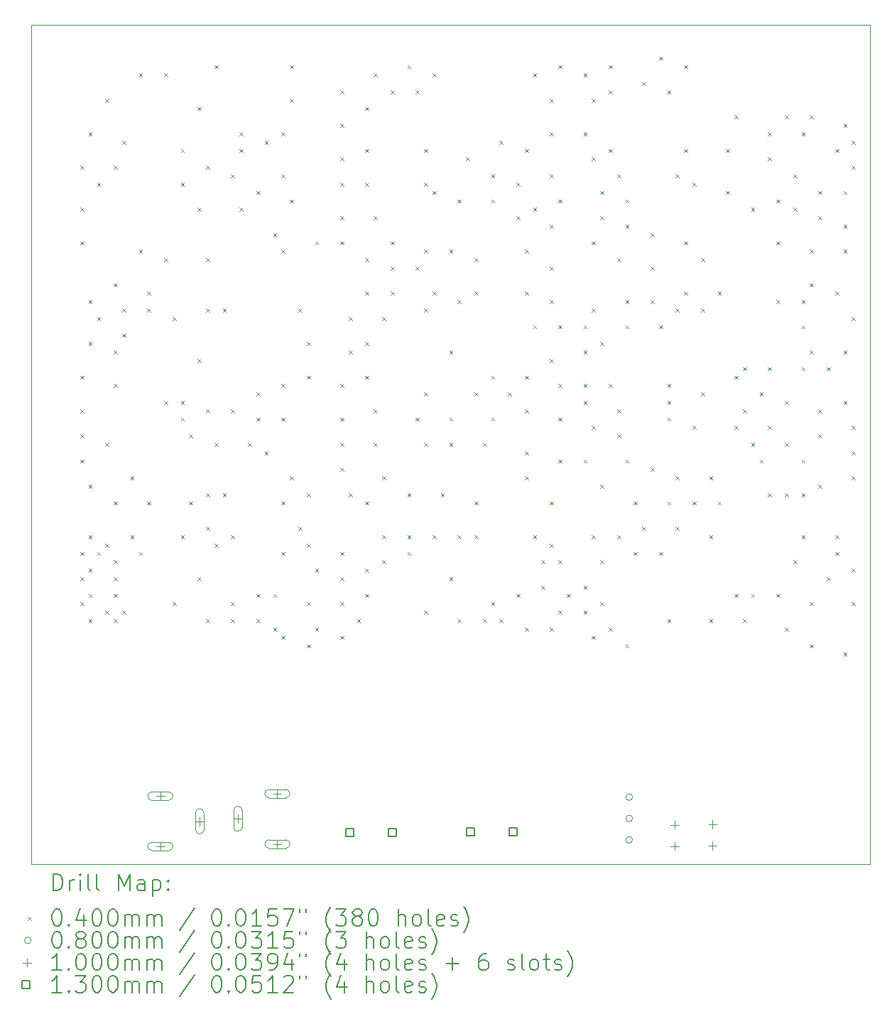
<source format=gbr>
%TF.GenerationSoftware,KiCad,Pcbnew,7.0.11+dfsg-1build4*%
%TF.CreationDate,2025-01-13T22:22:23-06:00*%
%TF.ProjectId,LEDpanel,4c454470-616e-4656-9c2e-6b696361645f,rev?*%
%TF.SameCoordinates,Original*%
%TF.FileFunction,Drillmap*%
%TF.FilePolarity,Positive*%
%FSLAX45Y45*%
G04 Gerber Fmt 4.5, Leading zero omitted, Abs format (unit mm)*
G04 Created by KiCad (PCBNEW 7.0.11+dfsg-1build4) date 2025-01-13 22:22:23*
%MOMM*%
%LPD*%
G01*
G04 APERTURE LIST*
%ADD10C,0.100000*%
%ADD11C,0.200000*%
%ADD12C,0.130000*%
G04 APERTURE END LIST*
D10*
X12500000Y-2500000D02*
X12500000Y-12500000D01*
X12500000Y-12500000D02*
X2500000Y-12500000D01*
X2500000Y-12500000D02*
X2500000Y-2500000D01*
X2500000Y-2500000D02*
X12500000Y-2500000D01*
D11*
D10*
X3080000Y-4180000D02*
X3120000Y-4220000D01*
X3120000Y-4180000D02*
X3080000Y-4220000D01*
X3080000Y-4680000D02*
X3120000Y-4720000D01*
X3120000Y-4680000D02*
X3080000Y-4720000D01*
X3080000Y-5080000D02*
X3120000Y-5120000D01*
X3120000Y-5080000D02*
X3080000Y-5120000D01*
X3080000Y-6680000D02*
X3120000Y-6720000D01*
X3120000Y-6680000D02*
X3080000Y-6720000D01*
X3080000Y-7080000D02*
X3120000Y-7120000D01*
X3120000Y-7080000D02*
X3080000Y-7120000D01*
X3080000Y-7380000D02*
X3120000Y-7420000D01*
X3120000Y-7380000D02*
X3080000Y-7420000D01*
X3080000Y-7680000D02*
X3120000Y-7720000D01*
X3120000Y-7680000D02*
X3080000Y-7720000D01*
X3080000Y-8780000D02*
X3120000Y-8820000D01*
X3120000Y-8780000D02*
X3080000Y-8820000D01*
X3080000Y-9080000D02*
X3120000Y-9120000D01*
X3120000Y-9080000D02*
X3080000Y-9120000D01*
X3080000Y-9380000D02*
X3120000Y-9420000D01*
X3120000Y-9380000D02*
X3080000Y-9420000D01*
X3180000Y-3780000D02*
X3220000Y-3820000D01*
X3220000Y-3780000D02*
X3180000Y-3820000D01*
X3180000Y-5780000D02*
X3220000Y-5820000D01*
X3220000Y-5780000D02*
X3180000Y-5820000D01*
X3180000Y-6280000D02*
X3220000Y-6320000D01*
X3220000Y-6280000D02*
X3180000Y-6320000D01*
X3180000Y-7980000D02*
X3220000Y-8020000D01*
X3220000Y-7980000D02*
X3180000Y-8020000D01*
X3180000Y-8580000D02*
X3220000Y-8620000D01*
X3220000Y-8580000D02*
X3180000Y-8620000D01*
X3180000Y-8980000D02*
X3220000Y-9020000D01*
X3220000Y-8980000D02*
X3180000Y-9020000D01*
X3180000Y-9280000D02*
X3220000Y-9320000D01*
X3220000Y-9280000D02*
X3180000Y-9320000D01*
X3180000Y-9580000D02*
X3220000Y-9620000D01*
X3220000Y-9580000D02*
X3180000Y-9620000D01*
X3280000Y-4380000D02*
X3320000Y-4420000D01*
X3320000Y-4380000D02*
X3280000Y-4420000D01*
X3280000Y-5980000D02*
X3320000Y-6020000D01*
X3320000Y-5980000D02*
X3280000Y-6020000D01*
X3280000Y-8780000D02*
X3320000Y-8820000D01*
X3320000Y-8780000D02*
X3280000Y-8820000D01*
X3380000Y-3380000D02*
X3420000Y-3420000D01*
X3420000Y-3380000D02*
X3380000Y-3420000D01*
X3380000Y-7480000D02*
X3420000Y-7520000D01*
X3420000Y-7480000D02*
X3380000Y-7520000D01*
X3380000Y-8680000D02*
X3420000Y-8720000D01*
X3420000Y-8680000D02*
X3380000Y-8720000D01*
X3380000Y-9480000D02*
X3420000Y-9520000D01*
X3420000Y-9480000D02*
X3380000Y-9520000D01*
X3480000Y-4180000D02*
X3520000Y-4220000D01*
X3520000Y-4180000D02*
X3480000Y-4220000D01*
X3480000Y-5580000D02*
X3520000Y-5620000D01*
X3520000Y-5580000D02*
X3480000Y-5620000D01*
X3480000Y-6380000D02*
X3520000Y-6420000D01*
X3520000Y-6380000D02*
X3480000Y-6420000D01*
X3480000Y-6780000D02*
X3520000Y-6820000D01*
X3520000Y-6780000D02*
X3480000Y-6820000D01*
X3480000Y-8180000D02*
X3520000Y-8220000D01*
X3520000Y-8180000D02*
X3480000Y-8220000D01*
X3480000Y-8880000D02*
X3520000Y-8920000D01*
X3520000Y-8880000D02*
X3480000Y-8920000D01*
X3480000Y-9080000D02*
X3520000Y-9120000D01*
X3520000Y-9080000D02*
X3480000Y-9120000D01*
X3480000Y-9280000D02*
X3520000Y-9320000D01*
X3520000Y-9280000D02*
X3480000Y-9320000D01*
X3480000Y-9580000D02*
X3520000Y-9620000D01*
X3520000Y-9580000D02*
X3480000Y-9620000D01*
X3580000Y-3880000D02*
X3620000Y-3920000D01*
X3620000Y-3880000D02*
X3580000Y-3920000D01*
X3580000Y-5880000D02*
X3620000Y-5920000D01*
X3620000Y-5880000D02*
X3580000Y-5920000D01*
X3580000Y-6180000D02*
X3620000Y-6220000D01*
X3620000Y-6180000D02*
X3580000Y-6220000D01*
X3580000Y-9480000D02*
X3620000Y-9520000D01*
X3620000Y-9480000D02*
X3580000Y-9520000D01*
X3680000Y-7880000D02*
X3720000Y-7920000D01*
X3720000Y-7880000D02*
X3680000Y-7920000D01*
X3680000Y-8580000D02*
X3720000Y-8620000D01*
X3720000Y-8580000D02*
X3680000Y-8620000D01*
X3780000Y-3080000D02*
X3820000Y-3120000D01*
X3820000Y-3080000D02*
X3780000Y-3120000D01*
X3780000Y-5180000D02*
X3820000Y-5220000D01*
X3820000Y-5180000D02*
X3780000Y-5220000D01*
X3780000Y-8780000D02*
X3820000Y-8820000D01*
X3820000Y-8780000D02*
X3780000Y-8820000D01*
X3880000Y-5680000D02*
X3920000Y-5720000D01*
X3920000Y-5680000D02*
X3880000Y-5720000D01*
X3880000Y-5880000D02*
X3920000Y-5920000D01*
X3920000Y-5880000D02*
X3880000Y-5920000D01*
X3880000Y-8180000D02*
X3920000Y-8220000D01*
X3920000Y-8180000D02*
X3880000Y-8220000D01*
X4080000Y-3080000D02*
X4120000Y-3120000D01*
X4120000Y-3080000D02*
X4080000Y-3120000D01*
X4080000Y-5280000D02*
X4120000Y-5320000D01*
X4120000Y-5280000D02*
X4080000Y-5320000D01*
X4080000Y-6980000D02*
X4120000Y-7020000D01*
X4120000Y-6980000D02*
X4080000Y-7020000D01*
X4180000Y-5980000D02*
X4220000Y-6020000D01*
X4220000Y-5980000D02*
X4180000Y-6020000D01*
X4180000Y-9380000D02*
X4220000Y-9420000D01*
X4220000Y-9380000D02*
X4180000Y-9420000D01*
X4280000Y-3980000D02*
X4320000Y-4020000D01*
X4320000Y-3980000D02*
X4280000Y-4020000D01*
X4280000Y-4380000D02*
X4320000Y-4420000D01*
X4320000Y-4380000D02*
X4280000Y-4420000D01*
X4280000Y-6980000D02*
X4320000Y-7020000D01*
X4320000Y-6980000D02*
X4280000Y-7020000D01*
X4280000Y-7180000D02*
X4320000Y-7220000D01*
X4320000Y-7180000D02*
X4280000Y-7220000D01*
X4280000Y-8580000D02*
X4320000Y-8620000D01*
X4320000Y-8580000D02*
X4280000Y-8620000D01*
X4380000Y-7380000D02*
X4420000Y-7420000D01*
X4420000Y-7380000D02*
X4380000Y-7420000D01*
X4380000Y-8180000D02*
X4420000Y-8220000D01*
X4420000Y-8180000D02*
X4380000Y-8220000D01*
X4480000Y-3480000D02*
X4520000Y-3520000D01*
X4520000Y-3480000D02*
X4480000Y-3520000D01*
X4480000Y-4680000D02*
X4520000Y-4720000D01*
X4520000Y-4680000D02*
X4480000Y-4720000D01*
X4480000Y-6480000D02*
X4520000Y-6520000D01*
X4520000Y-6480000D02*
X4480000Y-6520000D01*
X4480000Y-9080000D02*
X4520000Y-9120000D01*
X4520000Y-9080000D02*
X4480000Y-9120000D01*
X4580000Y-4180000D02*
X4620000Y-4220000D01*
X4620000Y-4180000D02*
X4580000Y-4220000D01*
X4580000Y-5280000D02*
X4620000Y-5320000D01*
X4620000Y-5280000D02*
X4580000Y-5320000D01*
X4580000Y-5880000D02*
X4620000Y-5920000D01*
X4620000Y-5880000D02*
X4580000Y-5920000D01*
X4580000Y-7080000D02*
X4620000Y-7120000D01*
X4620000Y-7080000D02*
X4580000Y-7120000D01*
X4580000Y-8080000D02*
X4620000Y-8120000D01*
X4620000Y-8080000D02*
X4580000Y-8120000D01*
X4580000Y-8480000D02*
X4620000Y-8520000D01*
X4620000Y-8480000D02*
X4580000Y-8520000D01*
X4580000Y-9580000D02*
X4620000Y-9620000D01*
X4620000Y-9580000D02*
X4580000Y-9620000D01*
X4680000Y-2980000D02*
X4720000Y-3020000D01*
X4720000Y-2980000D02*
X4680000Y-3020000D01*
X4680000Y-7480000D02*
X4720000Y-7520000D01*
X4720000Y-7480000D02*
X4680000Y-7520000D01*
X4680000Y-8680000D02*
X4720000Y-8720000D01*
X4720000Y-8680000D02*
X4680000Y-8720000D01*
X4780000Y-5880000D02*
X4820000Y-5920000D01*
X4820000Y-5880000D02*
X4780000Y-5920000D01*
X4780000Y-8080000D02*
X4820000Y-8120000D01*
X4820000Y-8080000D02*
X4780000Y-8120000D01*
X4880000Y-4280000D02*
X4920000Y-4320000D01*
X4920000Y-4280000D02*
X4880000Y-4320000D01*
X4880000Y-7080000D02*
X4920000Y-7120000D01*
X4920000Y-7080000D02*
X4880000Y-7120000D01*
X4880000Y-8580000D02*
X4920000Y-8620000D01*
X4920000Y-8580000D02*
X4880000Y-8620000D01*
X4880000Y-9380000D02*
X4920000Y-9420000D01*
X4920000Y-9380000D02*
X4880000Y-9420000D01*
X4880000Y-9580000D02*
X4920000Y-9620000D01*
X4920000Y-9580000D02*
X4880000Y-9620000D01*
X4980000Y-3780000D02*
X5020000Y-3820000D01*
X5020000Y-3780000D02*
X4980000Y-3820000D01*
X4980000Y-3980000D02*
X5020000Y-4020000D01*
X5020000Y-3980000D02*
X4980000Y-4020000D01*
X4980000Y-4680000D02*
X5020000Y-4720000D01*
X5020000Y-4680000D02*
X4980000Y-4720000D01*
X5080000Y-7480000D02*
X5120000Y-7520000D01*
X5120000Y-7480000D02*
X5080000Y-7520000D01*
X5180000Y-4480000D02*
X5220000Y-4520000D01*
X5220000Y-4480000D02*
X5180000Y-4520000D01*
X5180000Y-6880000D02*
X5220000Y-6920000D01*
X5220000Y-6880000D02*
X5180000Y-6920000D01*
X5180000Y-7180000D02*
X5220000Y-7220000D01*
X5220000Y-7180000D02*
X5180000Y-7220000D01*
X5180000Y-9280000D02*
X5220000Y-9320000D01*
X5220000Y-9280000D02*
X5180000Y-9320000D01*
X5180000Y-9580000D02*
X5220000Y-9620000D01*
X5220000Y-9580000D02*
X5180000Y-9620000D01*
X5280000Y-3880000D02*
X5320000Y-3920000D01*
X5320000Y-3880000D02*
X5280000Y-3920000D01*
X5280000Y-7580000D02*
X5320000Y-7620000D01*
X5320000Y-7580000D02*
X5280000Y-7620000D01*
X5380000Y-4980000D02*
X5420000Y-5020000D01*
X5420000Y-4980000D02*
X5380000Y-5020000D01*
X5380000Y-9280000D02*
X5420000Y-9320000D01*
X5420000Y-9280000D02*
X5380000Y-9320000D01*
X5380000Y-9680000D02*
X5420000Y-9720000D01*
X5420000Y-9680000D02*
X5380000Y-9720000D01*
X5480000Y-3780000D02*
X5520000Y-3820000D01*
X5520000Y-3780000D02*
X5480000Y-3820000D01*
X5480000Y-4280000D02*
X5520000Y-4320000D01*
X5520000Y-4280000D02*
X5480000Y-4320000D01*
X5480000Y-5180000D02*
X5520000Y-5220000D01*
X5520000Y-5180000D02*
X5480000Y-5220000D01*
X5480000Y-6780000D02*
X5520000Y-6820000D01*
X5520000Y-6780000D02*
X5480000Y-6820000D01*
X5480000Y-7180000D02*
X5520000Y-7220000D01*
X5520000Y-7180000D02*
X5480000Y-7220000D01*
X5480000Y-8180000D02*
X5520000Y-8220000D01*
X5520000Y-8180000D02*
X5480000Y-8220000D01*
X5480000Y-8780000D02*
X5520000Y-8820000D01*
X5520000Y-8780000D02*
X5480000Y-8820000D01*
X5480000Y-9780000D02*
X5520000Y-9820000D01*
X5520000Y-9780000D02*
X5480000Y-9820000D01*
X5580000Y-2980000D02*
X5620000Y-3020000D01*
X5620000Y-2980000D02*
X5580000Y-3020000D01*
X5580000Y-3380000D02*
X5620000Y-3420000D01*
X5620000Y-3380000D02*
X5580000Y-3420000D01*
X5580000Y-4580000D02*
X5620000Y-4620000D01*
X5620000Y-4580000D02*
X5580000Y-4620000D01*
X5580000Y-7880000D02*
X5620000Y-7920000D01*
X5620000Y-7880000D02*
X5580000Y-7920000D01*
X5680000Y-5880000D02*
X5720000Y-5920000D01*
X5720000Y-5880000D02*
X5680000Y-5920000D01*
X5680000Y-8480000D02*
X5720000Y-8520000D01*
X5720000Y-8480000D02*
X5680000Y-8520000D01*
X5780000Y-6280000D02*
X5820000Y-6320000D01*
X5820000Y-6280000D02*
X5780000Y-6320000D01*
X5780000Y-6680000D02*
X5820000Y-6720000D01*
X5820000Y-6680000D02*
X5780000Y-6720000D01*
X5780000Y-8080000D02*
X5820000Y-8120000D01*
X5820000Y-8080000D02*
X5780000Y-8120000D01*
X5780000Y-8680000D02*
X5820000Y-8720000D01*
X5820000Y-8680000D02*
X5780000Y-8720000D01*
X5780000Y-9380000D02*
X5820000Y-9420000D01*
X5820000Y-9380000D02*
X5780000Y-9420000D01*
X5780000Y-9880000D02*
X5820000Y-9920000D01*
X5820000Y-9880000D02*
X5780000Y-9920000D01*
X5880000Y-5080000D02*
X5920000Y-5120000D01*
X5920000Y-5080000D02*
X5880000Y-5120000D01*
X5880000Y-8980000D02*
X5920000Y-9020000D01*
X5920000Y-8980000D02*
X5880000Y-9020000D01*
X5880000Y-9680000D02*
X5920000Y-9720000D01*
X5920000Y-9680000D02*
X5880000Y-9720000D01*
X6180000Y-3280000D02*
X6220000Y-3320000D01*
X6220000Y-3280000D02*
X6180000Y-3320000D01*
X6180000Y-3680000D02*
X6220000Y-3720000D01*
X6220000Y-3680000D02*
X6180000Y-3720000D01*
X6180000Y-4080000D02*
X6220000Y-4120000D01*
X6220000Y-4080000D02*
X6180000Y-4120000D01*
X6180000Y-4380000D02*
X6220000Y-4420000D01*
X6220000Y-4380000D02*
X6180000Y-4420000D01*
X6180000Y-4780000D02*
X6220000Y-4820000D01*
X6220000Y-4780000D02*
X6180000Y-4820000D01*
X6180000Y-5080000D02*
X6220000Y-5120000D01*
X6220000Y-5080000D02*
X6180000Y-5120000D01*
X6180000Y-6780000D02*
X6220000Y-6820000D01*
X6220000Y-6780000D02*
X6180000Y-6820000D01*
X6180000Y-7180000D02*
X6220000Y-7220000D01*
X6220000Y-7180000D02*
X6180000Y-7220000D01*
X6180000Y-7480000D02*
X6220000Y-7520000D01*
X6220000Y-7480000D02*
X6180000Y-7520000D01*
X6180000Y-7780000D02*
X6220000Y-7820000D01*
X6220000Y-7780000D02*
X6180000Y-7820000D01*
X6180000Y-8780000D02*
X6220000Y-8820000D01*
X6220000Y-8780000D02*
X6180000Y-8820000D01*
X6180000Y-9080000D02*
X6220000Y-9120000D01*
X6220000Y-9080000D02*
X6180000Y-9120000D01*
X6180000Y-9380000D02*
X6220000Y-9420000D01*
X6220000Y-9380000D02*
X6180000Y-9420000D01*
X6180000Y-9780000D02*
X6220000Y-9820000D01*
X6220000Y-9780000D02*
X6180000Y-9820000D01*
X6280000Y-5980000D02*
X6320000Y-6020000D01*
X6320000Y-5980000D02*
X6280000Y-6020000D01*
X6280000Y-6380000D02*
X6320000Y-6420000D01*
X6320000Y-6380000D02*
X6280000Y-6420000D01*
X6280000Y-8080000D02*
X6320000Y-8120000D01*
X6320000Y-8080000D02*
X6280000Y-8120000D01*
X6380000Y-9580000D02*
X6420000Y-9620000D01*
X6420000Y-9580000D02*
X6380000Y-9620000D01*
X6480000Y-3480000D02*
X6520000Y-3520000D01*
X6520000Y-3480000D02*
X6480000Y-3520000D01*
X6480000Y-3980000D02*
X6520000Y-4020000D01*
X6520000Y-3980000D02*
X6480000Y-4020000D01*
X6480000Y-4380000D02*
X6520000Y-4420000D01*
X6520000Y-4380000D02*
X6480000Y-4420000D01*
X6480000Y-5280000D02*
X6520000Y-5320000D01*
X6520000Y-5280000D02*
X6480000Y-5320000D01*
X6480000Y-5680000D02*
X6520000Y-5720000D01*
X6520000Y-5680000D02*
X6480000Y-5720000D01*
X6480000Y-6280000D02*
X6520000Y-6320000D01*
X6520000Y-6280000D02*
X6480000Y-6320000D01*
X6480000Y-6680000D02*
X6520000Y-6720000D01*
X6520000Y-6680000D02*
X6480000Y-6720000D01*
X6480000Y-8180000D02*
X6520000Y-8220000D01*
X6520000Y-8180000D02*
X6480000Y-8220000D01*
X6480000Y-8980000D02*
X6520000Y-9020000D01*
X6520000Y-8980000D02*
X6480000Y-9020000D01*
X6480000Y-9280000D02*
X6520000Y-9320000D01*
X6520000Y-9280000D02*
X6480000Y-9320000D01*
X6580000Y-3080000D02*
X6620000Y-3120000D01*
X6620000Y-3080000D02*
X6580000Y-3120000D01*
X6580000Y-4780000D02*
X6620000Y-4820000D01*
X6620000Y-4780000D02*
X6580000Y-4820000D01*
X6580000Y-7080000D02*
X6620000Y-7120000D01*
X6620000Y-7080000D02*
X6580000Y-7120000D01*
X6580000Y-7480000D02*
X6620000Y-7520000D01*
X6620000Y-7480000D02*
X6580000Y-7520000D01*
X6680000Y-5980000D02*
X6720000Y-6020000D01*
X6720000Y-5980000D02*
X6680000Y-6020000D01*
X6680000Y-7880000D02*
X6720000Y-7920000D01*
X6720000Y-7880000D02*
X6680000Y-7920000D01*
X6680000Y-8580000D02*
X6720000Y-8620000D01*
X6720000Y-8580000D02*
X6680000Y-8620000D01*
X6680000Y-8880000D02*
X6720000Y-8920000D01*
X6720000Y-8880000D02*
X6680000Y-8920000D01*
X6780000Y-3280000D02*
X6820000Y-3320000D01*
X6820000Y-3280000D02*
X6780000Y-3320000D01*
X6780000Y-5080000D02*
X6820000Y-5120000D01*
X6820000Y-5080000D02*
X6780000Y-5120000D01*
X6780000Y-5380000D02*
X6820000Y-5420000D01*
X6820000Y-5380000D02*
X6780000Y-5420000D01*
X6780000Y-5680000D02*
X6820000Y-5720000D01*
X6820000Y-5680000D02*
X6780000Y-5720000D01*
X6980000Y-2980000D02*
X7020000Y-3020000D01*
X7020000Y-2980000D02*
X6980000Y-3020000D01*
X6980000Y-8080000D02*
X7020000Y-8120000D01*
X7020000Y-8080000D02*
X6980000Y-8120000D01*
X6980000Y-8580000D02*
X7020000Y-8620000D01*
X7020000Y-8580000D02*
X6980000Y-8620000D01*
X6980000Y-8780000D02*
X7020000Y-8820000D01*
X7020000Y-8780000D02*
X6980000Y-8820000D01*
X7080000Y-3280000D02*
X7120000Y-3320000D01*
X7120000Y-3280000D02*
X7080000Y-3320000D01*
X7080000Y-5380000D02*
X7120000Y-5420000D01*
X7120000Y-5380000D02*
X7080000Y-5420000D01*
X7080000Y-7180000D02*
X7120000Y-7220000D01*
X7120000Y-7180000D02*
X7080000Y-7220000D01*
X7180000Y-3980000D02*
X7220000Y-4020000D01*
X7220000Y-3980000D02*
X7180000Y-4020000D01*
X7180000Y-4380000D02*
X7220000Y-4420000D01*
X7220000Y-4380000D02*
X7180000Y-4420000D01*
X7180000Y-5180000D02*
X7220000Y-5220000D01*
X7220000Y-5180000D02*
X7180000Y-5220000D01*
X7180000Y-5880000D02*
X7220000Y-5920000D01*
X7220000Y-5880000D02*
X7180000Y-5920000D01*
X7180000Y-6880000D02*
X7220000Y-6920000D01*
X7220000Y-6880000D02*
X7180000Y-6920000D01*
X7180000Y-7480000D02*
X7220000Y-7520000D01*
X7220000Y-7480000D02*
X7180000Y-7520000D01*
X7180000Y-9480000D02*
X7220000Y-9520000D01*
X7220000Y-9480000D02*
X7180000Y-9520000D01*
X7280000Y-3080000D02*
X7320000Y-3120000D01*
X7320000Y-3080000D02*
X7280000Y-3120000D01*
X7280000Y-4480000D02*
X7320000Y-4520000D01*
X7320000Y-4480000D02*
X7280000Y-4520000D01*
X7280000Y-5680000D02*
X7320000Y-5720000D01*
X7320000Y-5680000D02*
X7280000Y-5720000D01*
X7280000Y-8580000D02*
X7320000Y-8620000D01*
X7320000Y-8580000D02*
X7280000Y-8620000D01*
X7380000Y-8080000D02*
X7420000Y-8120000D01*
X7420000Y-8080000D02*
X7380000Y-8120000D01*
X7480000Y-5180000D02*
X7520000Y-5220000D01*
X7520000Y-5180000D02*
X7480000Y-5220000D01*
X7480000Y-6380000D02*
X7520000Y-6420000D01*
X7520000Y-6380000D02*
X7480000Y-6420000D01*
X7480000Y-7180000D02*
X7520000Y-7220000D01*
X7520000Y-7180000D02*
X7480000Y-7220000D01*
X7480000Y-7480000D02*
X7520000Y-7520000D01*
X7520000Y-7480000D02*
X7480000Y-7520000D01*
X7480000Y-9080000D02*
X7520000Y-9120000D01*
X7520000Y-9080000D02*
X7480000Y-9120000D01*
X7580000Y-4580000D02*
X7620000Y-4620000D01*
X7620000Y-4580000D02*
X7580000Y-4620000D01*
X7580000Y-5780000D02*
X7620000Y-5820000D01*
X7620000Y-5780000D02*
X7580000Y-5820000D01*
X7580000Y-8580000D02*
X7620000Y-8620000D01*
X7620000Y-8580000D02*
X7580000Y-8620000D01*
X7580000Y-9580000D02*
X7620000Y-9620000D01*
X7620000Y-9580000D02*
X7580000Y-9620000D01*
X7680000Y-4080000D02*
X7720000Y-4120000D01*
X7720000Y-4080000D02*
X7680000Y-4120000D01*
X7780000Y-5280000D02*
X7820000Y-5320000D01*
X7820000Y-5280000D02*
X7780000Y-5320000D01*
X7780000Y-5680000D02*
X7820000Y-5720000D01*
X7820000Y-5680000D02*
X7780000Y-5720000D01*
X7780000Y-6880000D02*
X7820000Y-6920000D01*
X7820000Y-6880000D02*
X7780000Y-6920000D01*
X7780000Y-8180000D02*
X7820000Y-8220000D01*
X7820000Y-8180000D02*
X7780000Y-8220000D01*
X7780000Y-8580000D02*
X7820000Y-8620000D01*
X7820000Y-8580000D02*
X7780000Y-8620000D01*
X7880000Y-7480000D02*
X7920000Y-7520000D01*
X7920000Y-7480000D02*
X7880000Y-7520000D01*
X7880000Y-9580000D02*
X7920000Y-9620000D01*
X7920000Y-9580000D02*
X7880000Y-9620000D01*
X7980000Y-4280000D02*
X8020000Y-4320000D01*
X8020000Y-4280000D02*
X7980000Y-4320000D01*
X7980000Y-4580000D02*
X8020000Y-4620000D01*
X8020000Y-4580000D02*
X7980000Y-4620000D01*
X7980000Y-6680000D02*
X8020000Y-6720000D01*
X8020000Y-6680000D02*
X7980000Y-6720000D01*
X7980000Y-7180000D02*
X8020000Y-7220000D01*
X8020000Y-7180000D02*
X7980000Y-7220000D01*
X7980000Y-9380000D02*
X8020000Y-9420000D01*
X8020000Y-9380000D02*
X7980000Y-9420000D01*
X8080000Y-3880000D02*
X8120000Y-3920000D01*
X8120000Y-3880000D02*
X8080000Y-3920000D01*
X8080000Y-9580000D02*
X8120000Y-9620000D01*
X8120000Y-9580000D02*
X8080000Y-9620000D01*
X8180000Y-6880000D02*
X8220000Y-6920000D01*
X8220000Y-6880000D02*
X8180000Y-6920000D01*
X8280000Y-4380000D02*
X8320000Y-4420000D01*
X8320000Y-4380000D02*
X8280000Y-4420000D01*
X8280000Y-4780000D02*
X8320000Y-4820000D01*
X8320000Y-4780000D02*
X8280000Y-4820000D01*
X8280000Y-9280000D02*
X8320000Y-9320000D01*
X8320000Y-9280000D02*
X8280000Y-9320000D01*
X8380000Y-3980000D02*
X8420000Y-4020000D01*
X8420000Y-3980000D02*
X8380000Y-4020000D01*
X8380000Y-5180000D02*
X8420000Y-5220000D01*
X8420000Y-5180000D02*
X8380000Y-5220000D01*
X8380000Y-5680000D02*
X8420000Y-5720000D01*
X8420000Y-5680000D02*
X8380000Y-5720000D01*
X8380000Y-6680000D02*
X8420000Y-6720000D01*
X8420000Y-6680000D02*
X8380000Y-6720000D01*
X8380000Y-7080000D02*
X8420000Y-7120000D01*
X8420000Y-7080000D02*
X8380000Y-7120000D01*
X8380000Y-7580000D02*
X8420000Y-7620000D01*
X8420000Y-7580000D02*
X8380000Y-7620000D01*
X8380000Y-7880000D02*
X8420000Y-7920000D01*
X8420000Y-7880000D02*
X8380000Y-7920000D01*
X8380000Y-9680000D02*
X8420000Y-9720000D01*
X8420000Y-9680000D02*
X8380000Y-9720000D01*
X8480000Y-3080000D02*
X8520000Y-3120000D01*
X8520000Y-3080000D02*
X8480000Y-3120000D01*
X8480000Y-4680000D02*
X8520000Y-4720000D01*
X8520000Y-4680000D02*
X8480000Y-4720000D01*
X8480000Y-6080000D02*
X8520000Y-6120000D01*
X8520000Y-6080000D02*
X8480000Y-6120000D01*
X8480000Y-8580000D02*
X8520000Y-8620000D01*
X8520000Y-8580000D02*
X8480000Y-8620000D01*
X8580000Y-8880000D02*
X8620000Y-8920000D01*
X8620000Y-8880000D02*
X8580000Y-8920000D01*
X8580000Y-9180000D02*
X8620000Y-9220000D01*
X8620000Y-9180000D02*
X8580000Y-9220000D01*
X8680000Y-3380000D02*
X8720000Y-3420000D01*
X8720000Y-3380000D02*
X8680000Y-3420000D01*
X8680000Y-3780000D02*
X8720000Y-3820000D01*
X8720000Y-3780000D02*
X8680000Y-3820000D01*
X8680000Y-4280000D02*
X8720000Y-4320000D01*
X8720000Y-4280000D02*
X8680000Y-4320000D01*
X8680000Y-4880000D02*
X8720000Y-4920000D01*
X8720000Y-4880000D02*
X8680000Y-4920000D01*
X8680000Y-5380000D02*
X8720000Y-5420000D01*
X8720000Y-5380000D02*
X8680000Y-5420000D01*
X8680000Y-5780000D02*
X8720000Y-5820000D01*
X8720000Y-5780000D02*
X8680000Y-5820000D01*
X8680000Y-6480000D02*
X8720000Y-6520000D01*
X8720000Y-6480000D02*
X8680000Y-6520000D01*
X8680000Y-8180000D02*
X8720000Y-8220000D01*
X8720000Y-8180000D02*
X8680000Y-8220000D01*
X8680000Y-8680000D02*
X8720000Y-8720000D01*
X8720000Y-8680000D02*
X8680000Y-8720000D01*
X8680000Y-9680000D02*
X8720000Y-9720000D01*
X8720000Y-9680000D02*
X8680000Y-9720000D01*
X8780000Y-2980000D02*
X8820000Y-3020000D01*
X8820000Y-2980000D02*
X8780000Y-3020000D01*
X8780000Y-4580000D02*
X8820000Y-4620000D01*
X8820000Y-4580000D02*
X8780000Y-4620000D01*
X8780000Y-6080000D02*
X8820000Y-6120000D01*
X8820000Y-6080000D02*
X8780000Y-6120000D01*
X8780000Y-6780000D02*
X8820000Y-6820000D01*
X8820000Y-6780000D02*
X8780000Y-6820000D01*
X8780000Y-7180000D02*
X8820000Y-7220000D01*
X8820000Y-7180000D02*
X8780000Y-7220000D01*
X8780000Y-7680000D02*
X8820000Y-7720000D01*
X8820000Y-7680000D02*
X8780000Y-7720000D01*
X8780000Y-8880000D02*
X8820000Y-8920000D01*
X8820000Y-8880000D02*
X8780000Y-8920000D01*
X8780000Y-9480000D02*
X8820000Y-9520000D01*
X8820000Y-9480000D02*
X8780000Y-9520000D01*
X8880000Y-9280000D02*
X8920000Y-9320000D01*
X8920000Y-9280000D02*
X8880000Y-9320000D01*
X9080000Y-3080000D02*
X9120000Y-3120000D01*
X9120000Y-3080000D02*
X9080000Y-3120000D01*
X9080000Y-3780000D02*
X9120000Y-3820000D01*
X9120000Y-3780000D02*
X9080000Y-3820000D01*
X9080000Y-6080000D02*
X9120000Y-6120000D01*
X9120000Y-6080000D02*
X9080000Y-6120000D01*
X9080000Y-6380000D02*
X9120000Y-6420000D01*
X9120000Y-6380000D02*
X9080000Y-6420000D01*
X9080000Y-6780000D02*
X9120000Y-6820000D01*
X9120000Y-6780000D02*
X9080000Y-6820000D01*
X9080000Y-6980000D02*
X9120000Y-7020000D01*
X9120000Y-6980000D02*
X9080000Y-7020000D01*
X9080000Y-7680000D02*
X9120000Y-7720000D01*
X9120000Y-7680000D02*
X9080000Y-7720000D01*
X9080000Y-9180000D02*
X9120000Y-9220000D01*
X9120000Y-9180000D02*
X9080000Y-9220000D01*
X9080000Y-9480000D02*
X9120000Y-9520000D01*
X9120000Y-9480000D02*
X9080000Y-9520000D01*
X9180000Y-3380000D02*
X9220000Y-3420000D01*
X9220000Y-3380000D02*
X9180000Y-3420000D01*
X9180000Y-4080000D02*
X9220000Y-4120000D01*
X9220000Y-4080000D02*
X9180000Y-4120000D01*
X9180000Y-5080000D02*
X9220000Y-5120000D01*
X9220000Y-5080000D02*
X9180000Y-5120000D01*
X9180000Y-5880000D02*
X9220000Y-5920000D01*
X9220000Y-5880000D02*
X9180000Y-5920000D01*
X9180000Y-7280000D02*
X9220000Y-7320000D01*
X9220000Y-7280000D02*
X9180000Y-7320000D01*
X9180000Y-8580000D02*
X9220000Y-8620000D01*
X9220000Y-8580000D02*
X9180000Y-8620000D01*
X9180000Y-9780000D02*
X9220000Y-9820000D01*
X9220000Y-9780000D02*
X9180000Y-9820000D01*
X9280000Y-4480000D02*
X9320000Y-4520000D01*
X9320000Y-4480000D02*
X9280000Y-4520000D01*
X9280000Y-4780000D02*
X9320000Y-4820000D01*
X9320000Y-4780000D02*
X9280000Y-4820000D01*
X9280000Y-6280000D02*
X9320000Y-6320000D01*
X9320000Y-6280000D02*
X9280000Y-6320000D01*
X9280000Y-7980000D02*
X9320000Y-8020000D01*
X9320000Y-7980000D02*
X9280000Y-8020000D01*
X9280000Y-8880000D02*
X9320000Y-8920000D01*
X9320000Y-8880000D02*
X9280000Y-8920000D01*
X9280000Y-9380000D02*
X9320000Y-9420000D01*
X9320000Y-9380000D02*
X9280000Y-9420000D01*
X9380000Y-2980000D02*
X9420000Y-3020000D01*
X9420000Y-2980000D02*
X9380000Y-3020000D01*
X9380000Y-3280000D02*
X9420000Y-3320000D01*
X9420000Y-3280000D02*
X9380000Y-3320000D01*
X9380000Y-3980000D02*
X9420000Y-4020000D01*
X9420000Y-3980000D02*
X9380000Y-4020000D01*
X9380000Y-6780000D02*
X9420000Y-6820000D01*
X9420000Y-6780000D02*
X9380000Y-6820000D01*
X9380000Y-9680000D02*
X9420000Y-9720000D01*
X9420000Y-9680000D02*
X9380000Y-9720000D01*
X9480000Y-4280000D02*
X9520000Y-4320000D01*
X9520000Y-4280000D02*
X9480000Y-4320000D01*
X9480000Y-5280000D02*
X9520000Y-5320000D01*
X9520000Y-5280000D02*
X9480000Y-5320000D01*
X9480000Y-7080000D02*
X9520000Y-7120000D01*
X9520000Y-7080000D02*
X9480000Y-7120000D01*
X9480000Y-7380000D02*
X9520000Y-7420000D01*
X9520000Y-7380000D02*
X9480000Y-7420000D01*
X9480000Y-8580000D02*
X9520000Y-8620000D01*
X9520000Y-8580000D02*
X9480000Y-8620000D01*
X9580000Y-4580000D02*
X9620000Y-4620000D01*
X9620000Y-4580000D02*
X9580000Y-4620000D01*
X9580000Y-4880000D02*
X9620000Y-4920000D01*
X9620000Y-4880000D02*
X9580000Y-4920000D01*
X9580000Y-5780000D02*
X9620000Y-5820000D01*
X9620000Y-5780000D02*
X9580000Y-5820000D01*
X9580000Y-6080000D02*
X9620000Y-6120000D01*
X9620000Y-6080000D02*
X9580000Y-6120000D01*
X9580000Y-7680000D02*
X9620000Y-7720000D01*
X9620000Y-7680000D02*
X9580000Y-7720000D01*
X9580000Y-9880000D02*
X9620000Y-9920000D01*
X9620000Y-9880000D02*
X9580000Y-9920000D01*
X9680000Y-8180000D02*
X9720000Y-8220000D01*
X9720000Y-8180000D02*
X9680000Y-8220000D01*
X9680000Y-8780000D02*
X9720000Y-8820000D01*
X9720000Y-8780000D02*
X9680000Y-8820000D01*
X9780000Y-3180000D02*
X9820000Y-3220000D01*
X9820000Y-3180000D02*
X9780000Y-3220000D01*
X9780000Y-8480000D02*
X9820000Y-8520000D01*
X9820000Y-8480000D02*
X9780000Y-8520000D01*
X9880000Y-4980000D02*
X9920000Y-5020000D01*
X9920000Y-4980000D02*
X9880000Y-5020000D01*
X9880000Y-5380000D02*
X9920000Y-5420000D01*
X9920000Y-5380000D02*
X9880000Y-5420000D01*
X9880000Y-5780000D02*
X9920000Y-5820000D01*
X9920000Y-5780000D02*
X9880000Y-5820000D01*
X9880000Y-7780000D02*
X9920000Y-7820000D01*
X9920000Y-7780000D02*
X9880000Y-7820000D01*
X9980000Y-2880000D02*
X10020000Y-2920000D01*
X10020000Y-2880000D02*
X9980000Y-2920000D01*
X9980000Y-6080000D02*
X10020000Y-6120000D01*
X10020000Y-6080000D02*
X9980000Y-6120000D01*
X9980000Y-8780000D02*
X10020000Y-8820000D01*
X10020000Y-8780000D02*
X9980000Y-8820000D01*
X10080000Y-3280000D02*
X10120000Y-3320000D01*
X10120000Y-3280000D02*
X10080000Y-3320000D01*
X10080000Y-6780000D02*
X10120000Y-6820000D01*
X10120000Y-6780000D02*
X10080000Y-6820000D01*
X10080000Y-6980000D02*
X10120000Y-7020000D01*
X10120000Y-6980000D02*
X10080000Y-7020000D01*
X10080000Y-7180000D02*
X10120000Y-7220000D01*
X10120000Y-7180000D02*
X10080000Y-7220000D01*
X10080000Y-8180000D02*
X10120000Y-8220000D01*
X10120000Y-8180000D02*
X10080000Y-8220000D01*
X10080000Y-9580000D02*
X10120000Y-9620000D01*
X10120000Y-9580000D02*
X10080000Y-9620000D01*
X10180000Y-4280000D02*
X10220000Y-4320000D01*
X10220000Y-4280000D02*
X10180000Y-4320000D01*
X10180000Y-5880000D02*
X10220000Y-5920000D01*
X10220000Y-5880000D02*
X10180000Y-5920000D01*
X10180000Y-7880000D02*
X10220000Y-7920000D01*
X10220000Y-7880000D02*
X10180000Y-7920000D01*
X10180000Y-8480000D02*
X10220000Y-8520000D01*
X10220000Y-8480000D02*
X10180000Y-8520000D01*
X10280000Y-2980000D02*
X10320000Y-3020000D01*
X10320000Y-2980000D02*
X10280000Y-3020000D01*
X10280000Y-3980000D02*
X10320000Y-4020000D01*
X10320000Y-3980000D02*
X10280000Y-4020000D01*
X10280000Y-5080000D02*
X10320000Y-5120000D01*
X10320000Y-5080000D02*
X10280000Y-5120000D01*
X10280000Y-5680000D02*
X10320000Y-5720000D01*
X10320000Y-5680000D02*
X10280000Y-5720000D01*
X10380000Y-4380000D02*
X10420000Y-4420000D01*
X10420000Y-4380000D02*
X10380000Y-4420000D01*
X10380000Y-7280000D02*
X10420000Y-7320000D01*
X10420000Y-7280000D02*
X10380000Y-7320000D01*
X10380000Y-8180000D02*
X10420000Y-8220000D01*
X10420000Y-8180000D02*
X10380000Y-8220000D01*
X10480000Y-5280000D02*
X10520000Y-5320000D01*
X10520000Y-5280000D02*
X10480000Y-5320000D01*
X10480000Y-5880000D02*
X10520000Y-5920000D01*
X10520000Y-5880000D02*
X10480000Y-5920000D01*
X10480000Y-6880000D02*
X10520000Y-6920000D01*
X10520000Y-6880000D02*
X10480000Y-6920000D01*
X10580000Y-7880000D02*
X10620000Y-7920000D01*
X10620000Y-7880000D02*
X10580000Y-7920000D01*
X10580000Y-8580000D02*
X10620000Y-8620000D01*
X10620000Y-8580000D02*
X10580000Y-8620000D01*
X10580000Y-9580000D02*
X10620000Y-9620000D01*
X10620000Y-9580000D02*
X10580000Y-9620000D01*
X10680000Y-5680000D02*
X10720000Y-5720000D01*
X10720000Y-5680000D02*
X10680000Y-5720000D01*
X10680000Y-8180000D02*
X10720000Y-8220000D01*
X10720000Y-8180000D02*
X10680000Y-8220000D01*
X10780000Y-3980000D02*
X10820000Y-4020000D01*
X10820000Y-3980000D02*
X10780000Y-4020000D01*
X10780000Y-4480000D02*
X10820000Y-4520000D01*
X10820000Y-4480000D02*
X10780000Y-4520000D01*
X10880000Y-3580000D02*
X10920000Y-3620000D01*
X10920000Y-3580000D02*
X10880000Y-3620000D01*
X10880000Y-6680000D02*
X10920000Y-6720000D01*
X10920000Y-6680000D02*
X10880000Y-6720000D01*
X10880000Y-7280000D02*
X10920000Y-7320000D01*
X10920000Y-7280000D02*
X10880000Y-7320000D01*
X10880000Y-9280000D02*
X10920000Y-9320000D01*
X10920000Y-9280000D02*
X10880000Y-9320000D01*
X10980000Y-6580000D02*
X11020000Y-6620000D01*
X11020000Y-6580000D02*
X10980000Y-6620000D01*
X10980000Y-7080000D02*
X11020000Y-7120000D01*
X11020000Y-7080000D02*
X10980000Y-7120000D01*
X10980000Y-9580000D02*
X11020000Y-9620000D01*
X11020000Y-9580000D02*
X10980000Y-9620000D01*
X11080000Y-4680000D02*
X11120000Y-4720000D01*
X11120000Y-4680000D02*
X11080000Y-4720000D01*
X11080000Y-7480000D02*
X11120000Y-7520000D01*
X11120000Y-7480000D02*
X11080000Y-7520000D01*
X11080000Y-9280000D02*
X11120000Y-9320000D01*
X11120000Y-9280000D02*
X11080000Y-9320000D01*
X11180000Y-6880000D02*
X11220000Y-6920000D01*
X11220000Y-6880000D02*
X11180000Y-6920000D01*
X11180000Y-7680000D02*
X11220000Y-7720000D01*
X11220000Y-7680000D02*
X11180000Y-7720000D01*
X11280000Y-3780000D02*
X11320000Y-3820000D01*
X11320000Y-3780000D02*
X11280000Y-3820000D01*
X11280000Y-4080000D02*
X11320000Y-4120000D01*
X11320000Y-4080000D02*
X11280000Y-4120000D01*
X11280000Y-6580000D02*
X11320000Y-6620000D01*
X11320000Y-6580000D02*
X11280000Y-6620000D01*
X11280000Y-7280000D02*
X11320000Y-7320000D01*
X11320000Y-7280000D02*
X11280000Y-7320000D01*
X11280000Y-8080000D02*
X11320000Y-8120000D01*
X11320000Y-8080000D02*
X11280000Y-8120000D01*
X11380000Y-4580000D02*
X11420000Y-4620000D01*
X11420000Y-4580000D02*
X11380000Y-4620000D01*
X11380000Y-5080000D02*
X11420000Y-5120000D01*
X11420000Y-5080000D02*
X11380000Y-5120000D01*
X11380000Y-5780000D02*
X11420000Y-5820000D01*
X11420000Y-5780000D02*
X11380000Y-5820000D01*
X11380000Y-9280000D02*
X11420000Y-9320000D01*
X11420000Y-9280000D02*
X11380000Y-9320000D01*
X11480000Y-3580000D02*
X11520000Y-3620000D01*
X11520000Y-3580000D02*
X11480000Y-3620000D01*
X11480000Y-6980000D02*
X11520000Y-7020000D01*
X11520000Y-6980000D02*
X11480000Y-7020000D01*
X11480000Y-7480000D02*
X11520000Y-7520000D01*
X11520000Y-7480000D02*
X11480000Y-7520000D01*
X11480000Y-8080000D02*
X11520000Y-8120000D01*
X11520000Y-8080000D02*
X11480000Y-8120000D01*
X11480000Y-9680000D02*
X11520000Y-9720000D01*
X11520000Y-9680000D02*
X11480000Y-9720000D01*
X11580000Y-4280000D02*
X11620000Y-4320000D01*
X11620000Y-4280000D02*
X11580000Y-4320000D01*
X11580000Y-4680000D02*
X11620000Y-4720000D01*
X11620000Y-4680000D02*
X11580000Y-4720000D01*
X11580000Y-8880000D02*
X11620000Y-8920000D01*
X11620000Y-8880000D02*
X11580000Y-8920000D01*
X11680000Y-3780000D02*
X11720000Y-3820000D01*
X11720000Y-3780000D02*
X11680000Y-3820000D01*
X11680000Y-5780000D02*
X11720000Y-5820000D01*
X11720000Y-5780000D02*
X11680000Y-5820000D01*
X11680000Y-6080000D02*
X11720000Y-6120000D01*
X11720000Y-6080000D02*
X11680000Y-6120000D01*
X11680000Y-6580000D02*
X11720000Y-6620000D01*
X11720000Y-6580000D02*
X11680000Y-6620000D01*
X11680000Y-7680000D02*
X11720000Y-7720000D01*
X11720000Y-7680000D02*
X11680000Y-7720000D01*
X11680000Y-8080000D02*
X11720000Y-8120000D01*
X11720000Y-8080000D02*
X11680000Y-8120000D01*
X11680000Y-8580000D02*
X11720000Y-8620000D01*
X11720000Y-8580000D02*
X11680000Y-8620000D01*
X11780000Y-3580000D02*
X11820000Y-3620000D01*
X11820000Y-3580000D02*
X11780000Y-3620000D01*
X11780000Y-5180000D02*
X11820000Y-5220000D01*
X11820000Y-5180000D02*
X11780000Y-5220000D01*
X11780000Y-5580000D02*
X11820000Y-5620000D01*
X11820000Y-5580000D02*
X11780000Y-5620000D01*
X11780000Y-6380000D02*
X11820000Y-6420000D01*
X11820000Y-6380000D02*
X11780000Y-6420000D01*
X11780000Y-9380000D02*
X11820000Y-9420000D01*
X11820000Y-9380000D02*
X11780000Y-9420000D01*
X11780000Y-9880000D02*
X11820000Y-9920000D01*
X11820000Y-9880000D02*
X11780000Y-9920000D01*
X11880000Y-4480000D02*
X11920000Y-4520000D01*
X11920000Y-4480000D02*
X11880000Y-4520000D01*
X11880000Y-4780000D02*
X11920000Y-4820000D01*
X11920000Y-4780000D02*
X11880000Y-4820000D01*
X11880000Y-7080000D02*
X11920000Y-7120000D01*
X11920000Y-7080000D02*
X11880000Y-7120000D01*
X11880000Y-7380000D02*
X11920000Y-7420000D01*
X11920000Y-7380000D02*
X11880000Y-7420000D01*
X11880000Y-7980000D02*
X11920000Y-8020000D01*
X11920000Y-7980000D02*
X11880000Y-8020000D01*
X11980000Y-6580000D02*
X12020000Y-6620000D01*
X12020000Y-6580000D02*
X11980000Y-6620000D01*
X11980000Y-9080000D02*
X12020000Y-9120000D01*
X12020000Y-9080000D02*
X11980000Y-9120000D01*
X12080000Y-3980000D02*
X12120000Y-4020000D01*
X12120000Y-3980000D02*
X12080000Y-4020000D01*
X12080000Y-5680000D02*
X12120000Y-5720000D01*
X12120000Y-5680000D02*
X12080000Y-5720000D01*
X12080000Y-8580000D02*
X12120000Y-8620000D01*
X12120000Y-8580000D02*
X12080000Y-8620000D01*
X12080000Y-8780000D02*
X12120000Y-8820000D01*
X12120000Y-8780000D02*
X12080000Y-8820000D01*
X12180000Y-3680000D02*
X12220000Y-3720000D01*
X12220000Y-3680000D02*
X12180000Y-3720000D01*
X12180000Y-4480000D02*
X12220000Y-4520000D01*
X12220000Y-4480000D02*
X12180000Y-4520000D01*
X12180000Y-4880000D02*
X12220000Y-4920000D01*
X12220000Y-4880000D02*
X12180000Y-4920000D01*
X12180000Y-5180000D02*
X12220000Y-5220000D01*
X12220000Y-5180000D02*
X12180000Y-5220000D01*
X12180000Y-6380000D02*
X12220000Y-6420000D01*
X12220000Y-6380000D02*
X12180000Y-6420000D01*
X12180000Y-6980000D02*
X12220000Y-7020000D01*
X12220000Y-6980000D02*
X12180000Y-7020000D01*
X12180000Y-9980000D02*
X12220000Y-10020000D01*
X12220000Y-9980000D02*
X12180000Y-10020000D01*
X12280000Y-3880000D02*
X12320000Y-3920000D01*
X12320000Y-3880000D02*
X12280000Y-3920000D01*
X12280000Y-4180000D02*
X12320000Y-4220000D01*
X12320000Y-4180000D02*
X12280000Y-4220000D01*
X12280000Y-5980000D02*
X12320000Y-6020000D01*
X12320000Y-5980000D02*
X12280000Y-6020000D01*
X12280000Y-7280000D02*
X12320000Y-7320000D01*
X12320000Y-7280000D02*
X12280000Y-7320000D01*
X12280000Y-7580000D02*
X12320000Y-7620000D01*
X12320000Y-7580000D02*
X12280000Y-7620000D01*
X12280000Y-7880000D02*
X12320000Y-7920000D01*
X12320000Y-7880000D02*
X12280000Y-7920000D01*
X12280000Y-8980000D02*
X12320000Y-9020000D01*
X12320000Y-8980000D02*
X12280000Y-9020000D01*
X12280000Y-9380000D02*
X12320000Y-9420000D01*
X12320000Y-9380000D02*
X12280000Y-9420000D01*
X9665000Y-11702000D02*
G75*
G03*
X9585000Y-11702000I-40000J0D01*
G01*
X9585000Y-11702000D02*
G75*
G03*
X9665000Y-11702000I40000J0D01*
G01*
X9665000Y-11956000D02*
G75*
G03*
X9585000Y-11956000I-40000J0D01*
G01*
X9585000Y-11956000D02*
G75*
G03*
X9665000Y-11956000I40000J0D01*
G01*
X9665000Y-12210000D02*
G75*
G03*
X9585000Y-12210000I-40000J0D01*
G01*
X9585000Y-12210000D02*
G75*
G03*
X9665000Y-12210000I40000J0D01*
G01*
X4035000Y-11640000D02*
X4035000Y-11740000D01*
X3985000Y-11690000D02*
X4085000Y-11690000D01*
X3935000Y-11740000D02*
X4135000Y-11740000D01*
X4135000Y-11740000D02*
G75*
G03*
X4135000Y-11640000I0J50000D01*
G01*
X4135000Y-11640000D02*
X3935000Y-11640000D01*
X3935000Y-11640000D02*
G75*
G03*
X3935000Y-11740000I0J-50000D01*
G01*
X4035000Y-12240000D02*
X4035000Y-12340000D01*
X3985000Y-12290000D02*
X4085000Y-12290000D01*
X3935000Y-12340000D02*
X4135000Y-12340000D01*
X4135000Y-12340000D02*
G75*
G03*
X4135000Y-12240000I0J50000D01*
G01*
X4135000Y-12240000D02*
X3935000Y-12240000D01*
X3935000Y-12240000D02*
G75*
G03*
X3935000Y-12340000I0J-50000D01*
G01*
X4505000Y-11940000D02*
X4505000Y-12040000D01*
X4455000Y-11990000D02*
X4555000Y-11990000D01*
X4555000Y-12090000D02*
X4555000Y-11890000D01*
X4555000Y-11890000D02*
G75*
G03*
X4455000Y-11890000I-50000J0D01*
G01*
X4455000Y-11890000D02*
X4455000Y-12090000D01*
X4455000Y-12090000D02*
G75*
G03*
X4555000Y-12090000I50000J0D01*
G01*
X4960000Y-11910000D02*
X4960000Y-12010000D01*
X4910000Y-11960000D02*
X5010000Y-11960000D01*
X5010000Y-12060000D02*
X5010000Y-11860000D01*
X5010000Y-11860000D02*
G75*
G03*
X4910000Y-11860000I-50000J0D01*
G01*
X4910000Y-11860000D02*
X4910000Y-12060000D01*
X4910000Y-12060000D02*
G75*
G03*
X5010000Y-12060000I50000J0D01*
G01*
X5430000Y-11610000D02*
X5430000Y-11710000D01*
X5380000Y-11660000D02*
X5480000Y-11660000D01*
X5330000Y-11710000D02*
X5530000Y-11710000D01*
X5530000Y-11710000D02*
G75*
G03*
X5530000Y-11610000I0J50000D01*
G01*
X5530000Y-11610000D02*
X5330000Y-11610000D01*
X5330000Y-11610000D02*
G75*
G03*
X5330000Y-11710000I0J-50000D01*
G01*
X5430000Y-12210000D02*
X5430000Y-12310000D01*
X5380000Y-12260000D02*
X5480000Y-12260000D01*
X5330000Y-12310000D02*
X5530000Y-12310000D01*
X5530000Y-12310000D02*
G75*
G03*
X5530000Y-12210000I0J50000D01*
G01*
X5530000Y-12210000D02*
X5330000Y-12210000D01*
X5330000Y-12210000D02*
G75*
G03*
X5330000Y-12310000I0J-50000D01*
G01*
X10165000Y-11981000D02*
X10165000Y-12081000D01*
X10115000Y-12031000D02*
X10215000Y-12031000D01*
X10165000Y-12235000D02*
X10165000Y-12335000D01*
X10115000Y-12285000D02*
X10215000Y-12285000D01*
X10620000Y-11976000D02*
X10620000Y-12076000D01*
X10570000Y-12026000D02*
X10670000Y-12026000D01*
X10620000Y-12230000D02*
X10620000Y-12330000D01*
X10570000Y-12280000D02*
X10670000Y-12280000D01*
D12*
X6341962Y-12168962D02*
X6341962Y-12077038D01*
X6250038Y-12077038D01*
X6250038Y-12168962D01*
X6341962Y-12168962D01*
X6849962Y-12168962D02*
X6849962Y-12077038D01*
X6758038Y-12077038D01*
X6758038Y-12168962D01*
X6849962Y-12168962D01*
X7779962Y-12159962D02*
X7779962Y-12068038D01*
X7688038Y-12068038D01*
X7688038Y-12159962D01*
X7779962Y-12159962D01*
X8287962Y-12159962D02*
X8287962Y-12068038D01*
X8196038Y-12068038D01*
X8196038Y-12159962D01*
X8287962Y-12159962D01*
D11*
X2755777Y-12816484D02*
X2755777Y-12616484D01*
X2755777Y-12616484D02*
X2803396Y-12616484D01*
X2803396Y-12616484D02*
X2831967Y-12626008D01*
X2831967Y-12626008D02*
X2851015Y-12645055D01*
X2851015Y-12645055D02*
X2860539Y-12664103D01*
X2860539Y-12664103D02*
X2870062Y-12702198D01*
X2870062Y-12702198D02*
X2870062Y-12730769D01*
X2870062Y-12730769D02*
X2860539Y-12768865D01*
X2860539Y-12768865D02*
X2851015Y-12787912D01*
X2851015Y-12787912D02*
X2831967Y-12806960D01*
X2831967Y-12806960D02*
X2803396Y-12816484D01*
X2803396Y-12816484D02*
X2755777Y-12816484D01*
X2955777Y-12816484D02*
X2955777Y-12683150D01*
X2955777Y-12721246D02*
X2965301Y-12702198D01*
X2965301Y-12702198D02*
X2974824Y-12692674D01*
X2974824Y-12692674D02*
X2993872Y-12683150D01*
X2993872Y-12683150D02*
X3012920Y-12683150D01*
X3079586Y-12816484D02*
X3079586Y-12683150D01*
X3079586Y-12616484D02*
X3070062Y-12626008D01*
X3070062Y-12626008D02*
X3079586Y-12635531D01*
X3079586Y-12635531D02*
X3089110Y-12626008D01*
X3089110Y-12626008D02*
X3079586Y-12616484D01*
X3079586Y-12616484D02*
X3079586Y-12635531D01*
X3203396Y-12816484D02*
X3184348Y-12806960D01*
X3184348Y-12806960D02*
X3174824Y-12787912D01*
X3174824Y-12787912D02*
X3174824Y-12616484D01*
X3308158Y-12816484D02*
X3289110Y-12806960D01*
X3289110Y-12806960D02*
X3279586Y-12787912D01*
X3279586Y-12787912D02*
X3279586Y-12616484D01*
X3536729Y-12816484D02*
X3536729Y-12616484D01*
X3536729Y-12616484D02*
X3603396Y-12759341D01*
X3603396Y-12759341D02*
X3670062Y-12616484D01*
X3670062Y-12616484D02*
X3670062Y-12816484D01*
X3851015Y-12816484D02*
X3851015Y-12711722D01*
X3851015Y-12711722D02*
X3841491Y-12692674D01*
X3841491Y-12692674D02*
X3822443Y-12683150D01*
X3822443Y-12683150D02*
X3784348Y-12683150D01*
X3784348Y-12683150D02*
X3765301Y-12692674D01*
X3851015Y-12806960D02*
X3831967Y-12816484D01*
X3831967Y-12816484D02*
X3784348Y-12816484D01*
X3784348Y-12816484D02*
X3765301Y-12806960D01*
X3765301Y-12806960D02*
X3755777Y-12787912D01*
X3755777Y-12787912D02*
X3755777Y-12768865D01*
X3755777Y-12768865D02*
X3765301Y-12749817D01*
X3765301Y-12749817D02*
X3784348Y-12740293D01*
X3784348Y-12740293D02*
X3831967Y-12740293D01*
X3831967Y-12740293D02*
X3851015Y-12730769D01*
X3946253Y-12683150D02*
X3946253Y-12883150D01*
X3946253Y-12692674D02*
X3965301Y-12683150D01*
X3965301Y-12683150D02*
X4003396Y-12683150D01*
X4003396Y-12683150D02*
X4022443Y-12692674D01*
X4022443Y-12692674D02*
X4031967Y-12702198D01*
X4031967Y-12702198D02*
X4041491Y-12721246D01*
X4041491Y-12721246D02*
X4041491Y-12778388D01*
X4041491Y-12778388D02*
X4031967Y-12797436D01*
X4031967Y-12797436D02*
X4022443Y-12806960D01*
X4022443Y-12806960D02*
X4003396Y-12816484D01*
X4003396Y-12816484D02*
X3965301Y-12816484D01*
X3965301Y-12816484D02*
X3946253Y-12806960D01*
X4127205Y-12797436D02*
X4136729Y-12806960D01*
X4136729Y-12806960D02*
X4127205Y-12816484D01*
X4127205Y-12816484D02*
X4117682Y-12806960D01*
X4117682Y-12806960D02*
X4127205Y-12797436D01*
X4127205Y-12797436D02*
X4127205Y-12816484D01*
X4127205Y-12692674D02*
X4136729Y-12702198D01*
X4136729Y-12702198D02*
X4127205Y-12711722D01*
X4127205Y-12711722D02*
X4117682Y-12702198D01*
X4117682Y-12702198D02*
X4127205Y-12692674D01*
X4127205Y-12692674D02*
X4127205Y-12711722D01*
D10*
X2455000Y-13125000D02*
X2495000Y-13165000D01*
X2495000Y-13125000D02*
X2455000Y-13165000D01*
D11*
X2793872Y-13036484D02*
X2812920Y-13036484D01*
X2812920Y-13036484D02*
X2831967Y-13046008D01*
X2831967Y-13046008D02*
X2841491Y-13055531D01*
X2841491Y-13055531D02*
X2851015Y-13074579D01*
X2851015Y-13074579D02*
X2860539Y-13112674D01*
X2860539Y-13112674D02*
X2860539Y-13160293D01*
X2860539Y-13160293D02*
X2851015Y-13198388D01*
X2851015Y-13198388D02*
X2841491Y-13217436D01*
X2841491Y-13217436D02*
X2831967Y-13226960D01*
X2831967Y-13226960D02*
X2812920Y-13236484D01*
X2812920Y-13236484D02*
X2793872Y-13236484D01*
X2793872Y-13236484D02*
X2774824Y-13226960D01*
X2774824Y-13226960D02*
X2765301Y-13217436D01*
X2765301Y-13217436D02*
X2755777Y-13198388D01*
X2755777Y-13198388D02*
X2746253Y-13160293D01*
X2746253Y-13160293D02*
X2746253Y-13112674D01*
X2746253Y-13112674D02*
X2755777Y-13074579D01*
X2755777Y-13074579D02*
X2765301Y-13055531D01*
X2765301Y-13055531D02*
X2774824Y-13046008D01*
X2774824Y-13046008D02*
X2793872Y-13036484D01*
X2946253Y-13217436D02*
X2955777Y-13226960D01*
X2955777Y-13226960D02*
X2946253Y-13236484D01*
X2946253Y-13236484D02*
X2936729Y-13226960D01*
X2936729Y-13226960D02*
X2946253Y-13217436D01*
X2946253Y-13217436D02*
X2946253Y-13236484D01*
X3127205Y-13103150D02*
X3127205Y-13236484D01*
X3079586Y-13026960D02*
X3031967Y-13169817D01*
X3031967Y-13169817D02*
X3155777Y-13169817D01*
X3270062Y-13036484D02*
X3289110Y-13036484D01*
X3289110Y-13036484D02*
X3308158Y-13046008D01*
X3308158Y-13046008D02*
X3317682Y-13055531D01*
X3317682Y-13055531D02*
X3327205Y-13074579D01*
X3327205Y-13074579D02*
X3336729Y-13112674D01*
X3336729Y-13112674D02*
X3336729Y-13160293D01*
X3336729Y-13160293D02*
X3327205Y-13198388D01*
X3327205Y-13198388D02*
X3317682Y-13217436D01*
X3317682Y-13217436D02*
X3308158Y-13226960D01*
X3308158Y-13226960D02*
X3289110Y-13236484D01*
X3289110Y-13236484D02*
X3270062Y-13236484D01*
X3270062Y-13236484D02*
X3251015Y-13226960D01*
X3251015Y-13226960D02*
X3241491Y-13217436D01*
X3241491Y-13217436D02*
X3231967Y-13198388D01*
X3231967Y-13198388D02*
X3222443Y-13160293D01*
X3222443Y-13160293D02*
X3222443Y-13112674D01*
X3222443Y-13112674D02*
X3231967Y-13074579D01*
X3231967Y-13074579D02*
X3241491Y-13055531D01*
X3241491Y-13055531D02*
X3251015Y-13046008D01*
X3251015Y-13046008D02*
X3270062Y-13036484D01*
X3460539Y-13036484D02*
X3479586Y-13036484D01*
X3479586Y-13036484D02*
X3498634Y-13046008D01*
X3498634Y-13046008D02*
X3508158Y-13055531D01*
X3508158Y-13055531D02*
X3517682Y-13074579D01*
X3517682Y-13074579D02*
X3527205Y-13112674D01*
X3527205Y-13112674D02*
X3527205Y-13160293D01*
X3527205Y-13160293D02*
X3517682Y-13198388D01*
X3517682Y-13198388D02*
X3508158Y-13217436D01*
X3508158Y-13217436D02*
X3498634Y-13226960D01*
X3498634Y-13226960D02*
X3479586Y-13236484D01*
X3479586Y-13236484D02*
X3460539Y-13236484D01*
X3460539Y-13236484D02*
X3441491Y-13226960D01*
X3441491Y-13226960D02*
X3431967Y-13217436D01*
X3431967Y-13217436D02*
X3422443Y-13198388D01*
X3422443Y-13198388D02*
X3412920Y-13160293D01*
X3412920Y-13160293D02*
X3412920Y-13112674D01*
X3412920Y-13112674D02*
X3422443Y-13074579D01*
X3422443Y-13074579D02*
X3431967Y-13055531D01*
X3431967Y-13055531D02*
X3441491Y-13046008D01*
X3441491Y-13046008D02*
X3460539Y-13036484D01*
X3612920Y-13236484D02*
X3612920Y-13103150D01*
X3612920Y-13122198D02*
X3622443Y-13112674D01*
X3622443Y-13112674D02*
X3641491Y-13103150D01*
X3641491Y-13103150D02*
X3670063Y-13103150D01*
X3670063Y-13103150D02*
X3689110Y-13112674D01*
X3689110Y-13112674D02*
X3698634Y-13131722D01*
X3698634Y-13131722D02*
X3698634Y-13236484D01*
X3698634Y-13131722D02*
X3708158Y-13112674D01*
X3708158Y-13112674D02*
X3727205Y-13103150D01*
X3727205Y-13103150D02*
X3755777Y-13103150D01*
X3755777Y-13103150D02*
X3774824Y-13112674D01*
X3774824Y-13112674D02*
X3784348Y-13131722D01*
X3784348Y-13131722D02*
X3784348Y-13236484D01*
X3879586Y-13236484D02*
X3879586Y-13103150D01*
X3879586Y-13122198D02*
X3889110Y-13112674D01*
X3889110Y-13112674D02*
X3908158Y-13103150D01*
X3908158Y-13103150D02*
X3936729Y-13103150D01*
X3936729Y-13103150D02*
X3955777Y-13112674D01*
X3955777Y-13112674D02*
X3965301Y-13131722D01*
X3965301Y-13131722D02*
X3965301Y-13236484D01*
X3965301Y-13131722D02*
X3974824Y-13112674D01*
X3974824Y-13112674D02*
X3993872Y-13103150D01*
X3993872Y-13103150D02*
X4022443Y-13103150D01*
X4022443Y-13103150D02*
X4041491Y-13112674D01*
X4041491Y-13112674D02*
X4051015Y-13131722D01*
X4051015Y-13131722D02*
X4051015Y-13236484D01*
X4441491Y-13026960D02*
X4270063Y-13284103D01*
X4698634Y-13036484D02*
X4717682Y-13036484D01*
X4717682Y-13036484D02*
X4736729Y-13046008D01*
X4736729Y-13046008D02*
X4746253Y-13055531D01*
X4746253Y-13055531D02*
X4755777Y-13074579D01*
X4755777Y-13074579D02*
X4765301Y-13112674D01*
X4765301Y-13112674D02*
X4765301Y-13160293D01*
X4765301Y-13160293D02*
X4755777Y-13198388D01*
X4755777Y-13198388D02*
X4746253Y-13217436D01*
X4746253Y-13217436D02*
X4736729Y-13226960D01*
X4736729Y-13226960D02*
X4717682Y-13236484D01*
X4717682Y-13236484D02*
X4698634Y-13236484D01*
X4698634Y-13236484D02*
X4679587Y-13226960D01*
X4679587Y-13226960D02*
X4670063Y-13217436D01*
X4670063Y-13217436D02*
X4660539Y-13198388D01*
X4660539Y-13198388D02*
X4651015Y-13160293D01*
X4651015Y-13160293D02*
X4651015Y-13112674D01*
X4651015Y-13112674D02*
X4660539Y-13074579D01*
X4660539Y-13074579D02*
X4670063Y-13055531D01*
X4670063Y-13055531D02*
X4679587Y-13046008D01*
X4679587Y-13046008D02*
X4698634Y-13036484D01*
X4851015Y-13217436D02*
X4860539Y-13226960D01*
X4860539Y-13226960D02*
X4851015Y-13236484D01*
X4851015Y-13236484D02*
X4841491Y-13226960D01*
X4841491Y-13226960D02*
X4851015Y-13217436D01*
X4851015Y-13217436D02*
X4851015Y-13236484D01*
X4984348Y-13036484D02*
X5003396Y-13036484D01*
X5003396Y-13036484D02*
X5022444Y-13046008D01*
X5022444Y-13046008D02*
X5031968Y-13055531D01*
X5031968Y-13055531D02*
X5041491Y-13074579D01*
X5041491Y-13074579D02*
X5051015Y-13112674D01*
X5051015Y-13112674D02*
X5051015Y-13160293D01*
X5051015Y-13160293D02*
X5041491Y-13198388D01*
X5041491Y-13198388D02*
X5031968Y-13217436D01*
X5031968Y-13217436D02*
X5022444Y-13226960D01*
X5022444Y-13226960D02*
X5003396Y-13236484D01*
X5003396Y-13236484D02*
X4984348Y-13236484D01*
X4984348Y-13236484D02*
X4965301Y-13226960D01*
X4965301Y-13226960D02*
X4955777Y-13217436D01*
X4955777Y-13217436D02*
X4946253Y-13198388D01*
X4946253Y-13198388D02*
X4936729Y-13160293D01*
X4936729Y-13160293D02*
X4936729Y-13112674D01*
X4936729Y-13112674D02*
X4946253Y-13074579D01*
X4946253Y-13074579D02*
X4955777Y-13055531D01*
X4955777Y-13055531D02*
X4965301Y-13046008D01*
X4965301Y-13046008D02*
X4984348Y-13036484D01*
X5241491Y-13236484D02*
X5127206Y-13236484D01*
X5184348Y-13236484D02*
X5184348Y-13036484D01*
X5184348Y-13036484D02*
X5165301Y-13065055D01*
X5165301Y-13065055D02*
X5146253Y-13084103D01*
X5146253Y-13084103D02*
X5127206Y-13093627D01*
X5422444Y-13036484D02*
X5327206Y-13036484D01*
X5327206Y-13036484D02*
X5317682Y-13131722D01*
X5317682Y-13131722D02*
X5327206Y-13122198D01*
X5327206Y-13122198D02*
X5346253Y-13112674D01*
X5346253Y-13112674D02*
X5393872Y-13112674D01*
X5393872Y-13112674D02*
X5412920Y-13122198D01*
X5412920Y-13122198D02*
X5422444Y-13131722D01*
X5422444Y-13131722D02*
X5431968Y-13150769D01*
X5431968Y-13150769D02*
X5431968Y-13198388D01*
X5431968Y-13198388D02*
X5422444Y-13217436D01*
X5422444Y-13217436D02*
X5412920Y-13226960D01*
X5412920Y-13226960D02*
X5393872Y-13236484D01*
X5393872Y-13236484D02*
X5346253Y-13236484D01*
X5346253Y-13236484D02*
X5327206Y-13226960D01*
X5327206Y-13226960D02*
X5317682Y-13217436D01*
X5498634Y-13036484D02*
X5631967Y-13036484D01*
X5631967Y-13036484D02*
X5546253Y-13236484D01*
X5698634Y-13036484D02*
X5698634Y-13074579D01*
X5774825Y-13036484D02*
X5774825Y-13074579D01*
X6070063Y-13312674D02*
X6060539Y-13303150D01*
X6060539Y-13303150D02*
X6041491Y-13274579D01*
X6041491Y-13274579D02*
X6031968Y-13255531D01*
X6031968Y-13255531D02*
X6022444Y-13226960D01*
X6022444Y-13226960D02*
X6012920Y-13179341D01*
X6012920Y-13179341D02*
X6012920Y-13141246D01*
X6012920Y-13141246D02*
X6022444Y-13093627D01*
X6022444Y-13093627D02*
X6031968Y-13065055D01*
X6031968Y-13065055D02*
X6041491Y-13046008D01*
X6041491Y-13046008D02*
X6060539Y-13017436D01*
X6060539Y-13017436D02*
X6070063Y-13007912D01*
X6127206Y-13036484D02*
X6251015Y-13036484D01*
X6251015Y-13036484D02*
X6184348Y-13112674D01*
X6184348Y-13112674D02*
X6212920Y-13112674D01*
X6212920Y-13112674D02*
X6231968Y-13122198D01*
X6231968Y-13122198D02*
X6241491Y-13131722D01*
X6241491Y-13131722D02*
X6251015Y-13150769D01*
X6251015Y-13150769D02*
X6251015Y-13198388D01*
X6251015Y-13198388D02*
X6241491Y-13217436D01*
X6241491Y-13217436D02*
X6231968Y-13226960D01*
X6231968Y-13226960D02*
X6212920Y-13236484D01*
X6212920Y-13236484D02*
X6155777Y-13236484D01*
X6155777Y-13236484D02*
X6136729Y-13226960D01*
X6136729Y-13226960D02*
X6127206Y-13217436D01*
X6365301Y-13122198D02*
X6346253Y-13112674D01*
X6346253Y-13112674D02*
X6336729Y-13103150D01*
X6336729Y-13103150D02*
X6327206Y-13084103D01*
X6327206Y-13084103D02*
X6327206Y-13074579D01*
X6327206Y-13074579D02*
X6336729Y-13055531D01*
X6336729Y-13055531D02*
X6346253Y-13046008D01*
X6346253Y-13046008D02*
X6365301Y-13036484D01*
X6365301Y-13036484D02*
X6403396Y-13036484D01*
X6403396Y-13036484D02*
X6422444Y-13046008D01*
X6422444Y-13046008D02*
X6431968Y-13055531D01*
X6431968Y-13055531D02*
X6441491Y-13074579D01*
X6441491Y-13074579D02*
X6441491Y-13084103D01*
X6441491Y-13084103D02*
X6431968Y-13103150D01*
X6431968Y-13103150D02*
X6422444Y-13112674D01*
X6422444Y-13112674D02*
X6403396Y-13122198D01*
X6403396Y-13122198D02*
X6365301Y-13122198D01*
X6365301Y-13122198D02*
X6346253Y-13131722D01*
X6346253Y-13131722D02*
X6336729Y-13141246D01*
X6336729Y-13141246D02*
X6327206Y-13160293D01*
X6327206Y-13160293D02*
X6327206Y-13198388D01*
X6327206Y-13198388D02*
X6336729Y-13217436D01*
X6336729Y-13217436D02*
X6346253Y-13226960D01*
X6346253Y-13226960D02*
X6365301Y-13236484D01*
X6365301Y-13236484D02*
X6403396Y-13236484D01*
X6403396Y-13236484D02*
X6422444Y-13226960D01*
X6422444Y-13226960D02*
X6431968Y-13217436D01*
X6431968Y-13217436D02*
X6441491Y-13198388D01*
X6441491Y-13198388D02*
X6441491Y-13160293D01*
X6441491Y-13160293D02*
X6431968Y-13141246D01*
X6431968Y-13141246D02*
X6422444Y-13131722D01*
X6422444Y-13131722D02*
X6403396Y-13122198D01*
X6565301Y-13036484D02*
X6584349Y-13036484D01*
X6584349Y-13036484D02*
X6603396Y-13046008D01*
X6603396Y-13046008D02*
X6612920Y-13055531D01*
X6612920Y-13055531D02*
X6622444Y-13074579D01*
X6622444Y-13074579D02*
X6631968Y-13112674D01*
X6631968Y-13112674D02*
X6631968Y-13160293D01*
X6631968Y-13160293D02*
X6622444Y-13198388D01*
X6622444Y-13198388D02*
X6612920Y-13217436D01*
X6612920Y-13217436D02*
X6603396Y-13226960D01*
X6603396Y-13226960D02*
X6584349Y-13236484D01*
X6584349Y-13236484D02*
X6565301Y-13236484D01*
X6565301Y-13236484D02*
X6546253Y-13226960D01*
X6546253Y-13226960D02*
X6536729Y-13217436D01*
X6536729Y-13217436D02*
X6527206Y-13198388D01*
X6527206Y-13198388D02*
X6517682Y-13160293D01*
X6517682Y-13160293D02*
X6517682Y-13112674D01*
X6517682Y-13112674D02*
X6527206Y-13074579D01*
X6527206Y-13074579D02*
X6536729Y-13055531D01*
X6536729Y-13055531D02*
X6546253Y-13046008D01*
X6546253Y-13046008D02*
X6565301Y-13036484D01*
X6870063Y-13236484D02*
X6870063Y-13036484D01*
X6955777Y-13236484D02*
X6955777Y-13131722D01*
X6955777Y-13131722D02*
X6946253Y-13112674D01*
X6946253Y-13112674D02*
X6927206Y-13103150D01*
X6927206Y-13103150D02*
X6898634Y-13103150D01*
X6898634Y-13103150D02*
X6879587Y-13112674D01*
X6879587Y-13112674D02*
X6870063Y-13122198D01*
X7079587Y-13236484D02*
X7060539Y-13226960D01*
X7060539Y-13226960D02*
X7051015Y-13217436D01*
X7051015Y-13217436D02*
X7041491Y-13198388D01*
X7041491Y-13198388D02*
X7041491Y-13141246D01*
X7041491Y-13141246D02*
X7051015Y-13122198D01*
X7051015Y-13122198D02*
X7060539Y-13112674D01*
X7060539Y-13112674D02*
X7079587Y-13103150D01*
X7079587Y-13103150D02*
X7108158Y-13103150D01*
X7108158Y-13103150D02*
X7127206Y-13112674D01*
X7127206Y-13112674D02*
X7136730Y-13122198D01*
X7136730Y-13122198D02*
X7146253Y-13141246D01*
X7146253Y-13141246D02*
X7146253Y-13198388D01*
X7146253Y-13198388D02*
X7136730Y-13217436D01*
X7136730Y-13217436D02*
X7127206Y-13226960D01*
X7127206Y-13226960D02*
X7108158Y-13236484D01*
X7108158Y-13236484D02*
X7079587Y-13236484D01*
X7260539Y-13236484D02*
X7241491Y-13226960D01*
X7241491Y-13226960D02*
X7231968Y-13207912D01*
X7231968Y-13207912D02*
X7231968Y-13036484D01*
X7412920Y-13226960D02*
X7393872Y-13236484D01*
X7393872Y-13236484D02*
X7355777Y-13236484D01*
X7355777Y-13236484D02*
X7336730Y-13226960D01*
X7336730Y-13226960D02*
X7327206Y-13207912D01*
X7327206Y-13207912D02*
X7327206Y-13131722D01*
X7327206Y-13131722D02*
X7336730Y-13112674D01*
X7336730Y-13112674D02*
X7355777Y-13103150D01*
X7355777Y-13103150D02*
X7393872Y-13103150D01*
X7393872Y-13103150D02*
X7412920Y-13112674D01*
X7412920Y-13112674D02*
X7422444Y-13131722D01*
X7422444Y-13131722D02*
X7422444Y-13150769D01*
X7422444Y-13150769D02*
X7327206Y-13169817D01*
X7498634Y-13226960D02*
X7517682Y-13236484D01*
X7517682Y-13236484D02*
X7555777Y-13236484D01*
X7555777Y-13236484D02*
X7574825Y-13226960D01*
X7574825Y-13226960D02*
X7584349Y-13207912D01*
X7584349Y-13207912D02*
X7584349Y-13198388D01*
X7584349Y-13198388D02*
X7574825Y-13179341D01*
X7574825Y-13179341D02*
X7555777Y-13169817D01*
X7555777Y-13169817D02*
X7527206Y-13169817D01*
X7527206Y-13169817D02*
X7508158Y-13160293D01*
X7508158Y-13160293D02*
X7498634Y-13141246D01*
X7498634Y-13141246D02*
X7498634Y-13131722D01*
X7498634Y-13131722D02*
X7508158Y-13112674D01*
X7508158Y-13112674D02*
X7527206Y-13103150D01*
X7527206Y-13103150D02*
X7555777Y-13103150D01*
X7555777Y-13103150D02*
X7574825Y-13112674D01*
X7651015Y-13312674D02*
X7660539Y-13303150D01*
X7660539Y-13303150D02*
X7679587Y-13274579D01*
X7679587Y-13274579D02*
X7689111Y-13255531D01*
X7689111Y-13255531D02*
X7698634Y-13226960D01*
X7698634Y-13226960D02*
X7708158Y-13179341D01*
X7708158Y-13179341D02*
X7708158Y-13141246D01*
X7708158Y-13141246D02*
X7698634Y-13093627D01*
X7698634Y-13093627D02*
X7689111Y-13065055D01*
X7689111Y-13065055D02*
X7679587Y-13046008D01*
X7679587Y-13046008D02*
X7660539Y-13017436D01*
X7660539Y-13017436D02*
X7651015Y-13007912D01*
D10*
X2495000Y-13409000D02*
G75*
G03*
X2415000Y-13409000I-40000J0D01*
G01*
X2415000Y-13409000D02*
G75*
G03*
X2495000Y-13409000I40000J0D01*
G01*
D11*
X2793872Y-13300484D02*
X2812920Y-13300484D01*
X2812920Y-13300484D02*
X2831967Y-13310008D01*
X2831967Y-13310008D02*
X2841491Y-13319531D01*
X2841491Y-13319531D02*
X2851015Y-13338579D01*
X2851015Y-13338579D02*
X2860539Y-13376674D01*
X2860539Y-13376674D02*
X2860539Y-13424293D01*
X2860539Y-13424293D02*
X2851015Y-13462388D01*
X2851015Y-13462388D02*
X2841491Y-13481436D01*
X2841491Y-13481436D02*
X2831967Y-13490960D01*
X2831967Y-13490960D02*
X2812920Y-13500484D01*
X2812920Y-13500484D02*
X2793872Y-13500484D01*
X2793872Y-13500484D02*
X2774824Y-13490960D01*
X2774824Y-13490960D02*
X2765301Y-13481436D01*
X2765301Y-13481436D02*
X2755777Y-13462388D01*
X2755777Y-13462388D02*
X2746253Y-13424293D01*
X2746253Y-13424293D02*
X2746253Y-13376674D01*
X2746253Y-13376674D02*
X2755777Y-13338579D01*
X2755777Y-13338579D02*
X2765301Y-13319531D01*
X2765301Y-13319531D02*
X2774824Y-13310008D01*
X2774824Y-13310008D02*
X2793872Y-13300484D01*
X2946253Y-13481436D02*
X2955777Y-13490960D01*
X2955777Y-13490960D02*
X2946253Y-13500484D01*
X2946253Y-13500484D02*
X2936729Y-13490960D01*
X2936729Y-13490960D02*
X2946253Y-13481436D01*
X2946253Y-13481436D02*
X2946253Y-13500484D01*
X3070062Y-13386198D02*
X3051015Y-13376674D01*
X3051015Y-13376674D02*
X3041491Y-13367150D01*
X3041491Y-13367150D02*
X3031967Y-13348103D01*
X3031967Y-13348103D02*
X3031967Y-13338579D01*
X3031967Y-13338579D02*
X3041491Y-13319531D01*
X3041491Y-13319531D02*
X3051015Y-13310008D01*
X3051015Y-13310008D02*
X3070062Y-13300484D01*
X3070062Y-13300484D02*
X3108158Y-13300484D01*
X3108158Y-13300484D02*
X3127205Y-13310008D01*
X3127205Y-13310008D02*
X3136729Y-13319531D01*
X3136729Y-13319531D02*
X3146253Y-13338579D01*
X3146253Y-13338579D02*
X3146253Y-13348103D01*
X3146253Y-13348103D02*
X3136729Y-13367150D01*
X3136729Y-13367150D02*
X3127205Y-13376674D01*
X3127205Y-13376674D02*
X3108158Y-13386198D01*
X3108158Y-13386198D02*
X3070062Y-13386198D01*
X3070062Y-13386198D02*
X3051015Y-13395722D01*
X3051015Y-13395722D02*
X3041491Y-13405246D01*
X3041491Y-13405246D02*
X3031967Y-13424293D01*
X3031967Y-13424293D02*
X3031967Y-13462388D01*
X3031967Y-13462388D02*
X3041491Y-13481436D01*
X3041491Y-13481436D02*
X3051015Y-13490960D01*
X3051015Y-13490960D02*
X3070062Y-13500484D01*
X3070062Y-13500484D02*
X3108158Y-13500484D01*
X3108158Y-13500484D02*
X3127205Y-13490960D01*
X3127205Y-13490960D02*
X3136729Y-13481436D01*
X3136729Y-13481436D02*
X3146253Y-13462388D01*
X3146253Y-13462388D02*
X3146253Y-13424293D01*
X3146253Y-13424293D02*
X3136729Y-13405246D01*
X3136729Y-13405246D02*
X3127205Y-13395722D01*
X3127205Y-13395722D02*
X3108158Y-13386198D01*
X3270062Y-13300484D02*
X3289110Y-13300484D01*
X3289110Y-13300484D02*
X3308158Y-13310008D01*
X3308158Y-13310008D02*
X3317682Y-13319531D01*
X3317682Y-13319531D02*
X3327205Y-13338579D01*
X3327205Y-13338579D02*
X3336729Y-13376674D01*
X3336729Y-13376674D02*
X3336729Y-13424293D01*
X3336729Y-13424293D02*
X3327205Y-13462388D01*
X3327205Y-13462388D02*
X3317682Y-13481436D01*
X3317682Y-13481436D02*
X3308158Y-13490960D01*
X3308158Y-13490960D02*
X3289110Y-13500484D01*
X3289110Y-13500484D02*
X3270062Y-13500484D01*
X3270062Y-13500484D02*
X3251015Y-13490960D01*
X3251015Y-13490960D02*
X3241491Y-13481436D01*
X3241491Y-13481436D02*
X3231967Y-13462388D01*
X3231967Y-13462388D02*
X3222443Y-13424293D01*
X3222443Y-13424293D02*
X3222443Y-13376674D01*
X3222443Y-13376674D02*
X3231967Y-13338579D01*
X3231967Y-13338579D02*
X3241491Y-13319531D01*
X3241491Y-13319531D02*
X3251015Y-13310008D01*
X3251015Y-13310008D02*
X3270062Y-13300484D01*
X3460539Y-13300484D02*
X3479586Y-13300484D01*
X3479586Y-13300484D02*
X3498634Y-13310008D01*
X3498634Y-13310008D02*
X3508158Y-13319531D01*
X3508158Y-13319531D02*
X3517682Y-13338579D01*
X3517682Y-13338579D02*
X3527205Y-13376674D01*
X3527205Y-13376674D02*
X3527205Y-13424293D01*
X3527205Y-13424293D02*
X3517682Y-13462388D01*
X3517682Y-13462388D02*
X3508158Y-13481436D01*
X3508158Y-13481436D02*
X3498634Y-13490960D01*
X3498634Y-13490960D02*
X3479586Y-13500484D01*
X3479586Y-13500484D02*
X3460539Y-13500484D01*
X3460539Y-13500484D02*
X3441491Y-13490960D01*
X3441491Y-13490960D02*
X3431967Y-13481436D01*
X3431967Y-13481436D02*
X3422443Y-13462388D01*
X3422443Y-13462388D02*
X3412920Y-13424293D01*
X3412920Y-13424293D02*
X3412920Y-13376674D01*
X3412920Y-13376674D02*
X3422443Y-13338579D01*
X3422443Y-13338579D02*
X3431967Y-13319531D01*
X3431967Y-13319531D02*
X3441491Y-13310008D01*
X3441491Y-13310008D02*
X3460539Y-13300484D01*
X3612920Y-13500484D02*
X3612920Y-13367150D01*
X3612920Y-13386198D02*
X3622443Y-13376674D01*
X3622443Y-13376674D02*
X3641491Y-13367150D01*
X3641491Y-13367150D02*
X3670063Y-13367150D01*
X3670063Y-13367150D02*
X3689110Y-13376674D01*
X3689110Y-13376674D02*
X3698634Y-13395722D01*
X3698634Y-13395722D02*
X3698634Y-13500484D01*
X3698634Y-13395722D02*
X3708158Y-13376674D01*
X3708158Y-13376674D02*
X3727205Y-13367150D01*
X3727205Y-13367150D02*
X3755777Y-13367150D01*
X3755777Y-13367150D02*
X3774824Y-13376674D01*
X3774824Y-13376674D02*
X3784348Y-13395722D01*
X3784348Y-13395722D02*
X3784348Y-13500484D01*
X3879586Y-13500484D02*
X3879586Y-13367150D01*
X3879586Y-13386198D02*
X3889110Y-13376674D01*
X3889110Y-13376674D02*
X3908158Y-13367150D01*
X3908158Y-13367150D02*
X3936729Y-13367150D01*
X3936729Y-13367150D02*
X3955777Y-13376674D01*
X3955777Y-13376674D02*
X3965301Y-13395722D01*
X3965301Y-13395722D02*
X3965301Y-13500484D01*
X3965301Y-13395722D02*
X3974824Y-13376674D01*
X3974824Y-13376674D02*
X3993872Y-13367150D01*
X3993872Y-13367150D02*
X4022443Y-13367150D01*
X4022443Y-13367150D02*
X4041491Y-13376674D01*
X4041491Y-13376674D02*
X4051015Y-13395722D01*
X4051015Y-13395722D02*
X4051015Y-13500484D01*
X4441491Y-13290960D02*
X4270063Y-13548103D01*
X4698634Y-13300484D02*
X4717682Y-13300484D01*
X4717682Y-13300484D02*
X4736729Y-13310008D01*
X4736729Y-13310008D02*
X4746253Y-13319531D01*
X4746253Y-13319531D02*
X4755777Y-13338579D01*
X4755777Y-13338579D02*
X4765301Y-13376674D01*
X4765301Y-13376674D02*
X4765301Y-13424293D01*
X4765301Y-13424293D02*
X4755777Y-13462388D01*
X4755777Y-13462388D02*
X4746253Y-13481436D01*
X4746253Y-13481436D02*
X4736729Y-13490960D01*
X4736729Y-13490960D02*
X4717682Y-13500484D01*
X4717682Y-13500484D02*
X4698634Y-13500484D01*
X4698634Y-13500484D02*
X4679587Y-13490960D01*
X4679587Y-13490960D02*
X4670063Y-13481436D01*
X4670063Y-13481436D02*
X4660539Y-13462388D01*
X4660539Y-13462388D02*
X4651015Y-13424293D01*
X4651015Y-13424293D02*
X4651015Y-13376674D01*
X4651015Y-13376674D02*
X4660539Y-13338579D01*
X4660539Y-13338579D02*
X4670063Y-13319531D01*
X4670063Y-13319531D02*
X4679587Y-13310008D01*
X4679587Y-13310008D02*
X4698634Y-13300484D01*
X4851015Y-13481436D02*
X4860539Y-13490960D01*
X4860539Y-13490960D02*
X4851015Y-13500484D01*
X4851015Y-13500484D02*
X4841491Y-13490960D01*
X4841491Y-13490960D02*
X4851015Y-13481436D01*
X4851015Y-13481436D02*
X4851015Y-13500484D01*
X4984348Y-13300484D02*
X5003396Y-13300484D01*
X5003396Y-13300484D02*
X5022444Y-13310008D01*
X5022444Y-13310008D02*
X5031968Y-13319531D01*
X5031968Y-13319531D02*
X5041491Y-13338579D01*
X5041491Y-13338579D02*
X5051015Y-13376674D01*
X5051015Y-13376674D02*
X5051015Y-13424293D01*
X5051015Y-13424293D02*
X5041491Y-13462388D01*
X5041491Y-13462388D02*
X5031968Y-13481436D01*
X5031968Y-13481436D02*
X5022444Y-13490960D01*
X5022444Y-13490960D02*
X5003396Y-13500484D01*
X5003396Y-13500484D02*
X4984348Y-13500484D01*
X4984348Y-13500484D02*
X4965301Y-13490960D01*
X4965301Y-13490960D02*
X4955777Y-13481436D01*
X4955777Y-13481436D02*
X4946253Y-13462388D01*
X4946253Y-13462388D02*
X4936729Y-13424293D01*
X4936729Y-13424293D02*
X4936729Y-13376674D01*
X4936729Y-13376674D02*
X4946253Y-13338579D01*
X4946253Y-13338579D02*
X4955777Y-13319531D01*
X4955777Y-13319531D02*
X4965301Y-13310008D01*
X4965301Y-13310008D02*
X4984348Y-13300484D01*
X5117682Y-13300484D02*
X5241491Y-13300484D01*
X5241491Y-13300484D02*
X5174825Y-13376674D01*
X5174825Y-13376674D02*
X5203396Y-13376674D01*
X5203396Y-13376674D02*
X5222444Y-13386198D01*
X5222444Y-13386198D02*
X5231968Y-13395722D01*
X5231968Y-13395722D02*
X5241491Y-13414769D01*
X5241491Y-13414769D02*
X5241491Y-13462388D01*
X5241491Y-13462388D02*
X5231968Y-13481436D01*
X5231968Y-13481436D02*
X5222444Y-13490960D01*
X5222444Y-13490960D02*
X5203396Y-13500484D01*
X5203396Y-13500484D02*
X5146253Y-13500484D01*
X5146253Y-13500484D02*
X5127206Y-13490960D01*
X5127206Y-13490960D02*
X5117682Y-13481436D01*
X5431968Y-13500484D02*
X5317682Y-13500484D01*
X5374825Y-13500484D02*
X5374825Y-13300484D01*
X5374825Y-13300484D02*
X5355777Y-13329055D01*
X5355777Y-13329055D02*
X5336729Y-13348103D01*
X5336729Y-13348103D02*
X5317682Y-13357627D01*
X5612920Y-13300484D02*
X5517682Y-13300484D01*
X5517682Y-13300484D02*
X5508158Y-13395722D01*
X5508158Y-13395722D02*
X5517682Y-13386198D01*
X5517682Y-13386198D02*
X5536729Y-13376674D01*
X5536729Y-13376674D02*
X5584349Y-13376674D01*
X5584349Y-13376674D02*
X5603396Y-13386198D01*
X5603396Y-13386198D02*
X5612920Y-13395722D01*
X5612920Y-13395722D02*
X5622444Y-13414769D01*
X5622444Y-13414769D02*
X5622444Y-13462388D01*
X5622444Y-13462388D02*
X5612920Y-13481436D01*
X5612920Y-13481436D02*
X5603396Y-13490960D01*
X5603396Y-13490960D02*
X5584349Y-13500484D01*
X5584349Y-13500484D02*
X5536729Y-13500484D01*
X5536729Y-13500484D02*
X5517682Y-13490960D01*
X5517682Y-13490960D02*
X5508158Y-13481436D01*
X5698634Y-13300484D02*
X5698634Y-13338579D01*
X5774825Y-13300484D02*
X5774825Y-13338579D01*
X6070063Y-13576674D02*
X6060539Y-13567150D01*
X6060539Y-13567150D02*
X6041491Y-13538579D01*
X6041491Y-13538579D02*
X6031968Y-13519531D01*
X6031968Y-13519531D02*
X6022444Y-13490960D01*
X6022444Y-13490960D02*
X6012920Y-13443341D01*
X6012920Y-13443341D02*
X6012920Y-13405246D01*
X6012920Y-13405246D02*
X6022444Y-13357627D01*
X6022444Y-13357627D02*
X6031968Y-13329055D01*
X6031968Y-13329055D02*
X6041491Y-13310008D01*
X6041491Y-13310008D02*
X6060539Y-13281436D01*
X6060539Y-13281436D02*
X6070063Y-13271912D01*
X6127206Y-13300484D02*
X6251015Y-13300484D01*
X6251015Y-13300484D02*
X6184348Y-13376674D01*
X6184348Y-13376674D02*
X6212920Y-13376674D01*
X6212920Y-13376674D02*
X6231968Y-13386198D01*
X6231968Y-13386198D02*
X6241491Y-13395722D01*
X6241491Y-13395722D02*
X6251015Y-13414769D01*
X6251015Y-13414769D02*
X6251015Y-13462388D01*
X6251015Y-13462388D02*
X6241491Y-13481436D01*
X6241491Y-13481436D02*
X6231968Y-13490960D01*
X6231968Y-13490960D02*
X6212920Y-13500484D01*
X6212920Y-13500484D02*
X6155777Y-13500484D01*
X6155777Y-13500484D02*
X6136729Y-13490960D01*
X6136729Y-13490960D02*
X6127206Y-13481436D01*
X6489110Y-13500484D02*
X6489110Y-13300484D01*
X6574825Y-13500484D02*
X6574825Y-13395722D01*
X6574825Y-13395722D02*
X6565301Y-13376674D01*
X6565301Y-13376674D02*
X6546253Y-13367150D01*
X6546253Y-13367150D02*
X6517682Y-13367150D01*
X6517682Y-13367150D02*
X6498634Y-13376674D01*
X6498634Y-13376674D02*
X6489110Y-13386198D01*
X6698634Y-13500484D02*
X6679587Y-13490960D01*
X6679587Y-13490960D02*
X6670063Y-13481436D01*
X6670063Y-13481436D02*
X6660539Y-13462388D01*
X6660539Y-13462388D02*
X6660539Y-13405246D01*
X6660539Y-13405246D02*
X6670063Y-13386198D01*
X6670063Y-13386198D02*
X6679587Y-13376674D01*
X6679587Y-13376674D02*
X6698634Y-13367150D01*
X6698634Y-13367150D02*
X6727206Y-13367150D01*
X6727206Y-13367150D02*
X6746253Y-13376674D01*
X6746253Y-13376674D02*
X6755777Y-13386198D01*
X6755777Y-13386198D02*
X6765301Y-13405246D01*
X6765301Y-13405246D02*
X6765301Y-13462388D01*
X6765301Y-13462388D02*
X6755777Y-13481436D01*
X6755777Y-13481436D02*
X6746253Y-13490960D01*
X6746253Y-13490960D02*
X6727206Y-13500484D01*
X6727206Y-13500484D02*
X6698634Y-13500484D01*
X6879587Y-13500484D02*
X6860539Y-13490960D01*
X6860539Y-13490960D02*
X6851015Y-13471912D01*
X6851015Y-13471912D02*
X6851015Y-13300484D01*
X7031968Y-13490960D02*
X7012920Y-13500484D01*
X7012920Y-13500484D02*
X6974825Y-13500484D01*
X6974825Y-13500484D02*
X6955777Y-13490960D01*
X6955777Y-13490960D02*
X6946253Y-13471912D01*
X6946253Y-13471912D02*
X6946253Y-13395722D01*
X6946253Y-13395722D02*
X6955777Y-13376674D01*
X6955777Y-13376674D02*
X6974825Y-13367150D01*
X6974825Y-13367150D02*
X7012920Y-13367150D01*
X7012920Y-13367150D02*
X7031968Y-13376674D01*
X7031968Y-13376674D02*
X7041491Y-13395722D01*
X7041491Y-13395722D02*
X7041491Y-13414769D01*
X7041491Y-13414769D02*
X6946253Y-13433817D01*
X7117682Y-13490960D02*
X7136730Y-13500484D01*
X7136730Y-13500484D02*
X7174825Y-13500484D01*
X7174825Y-13500484D02*
X7193872Y-13490960D01*
X7193872Y-13490960D02*
X7203396Y-13471912D01*
X7203396Y-13471912D02*
X7203396Y-13462388D01*
X7203396Y-13462388D02*
X7193872Y-13443341D01*
X7193872Y-13443341D02*
X7174825Y-13433817D01*
X7174825Y-13433817D02*
X7146253Y-13433817D01*
X7146253Y-13433817D02*
X7127206Y-13424293D01*
X7127206Y-13424293D02*
X7117682Y-13405246D01*
X7117682Y-13405246D02*
X7117682Y-13395722D01*
X7117682Y-13395722D02*
X7127206Y-13376674D01*
X7127206Y-13376674D02*
X7146253Y-13367150D01*
X7146253Y-13367150D02*
X7174825Y-13367150D01*
X7174825Y-13367150D02*
X7193872Y-13376674D01*
X7270063Y-13576674D02*
X7279587Y-13567150D01*
X7279587Y-13567150D02*
X7298634Y-13538579D01*
X7298634Y-13538579D02*
X7308158Y-13519531D01*
X7308158Y-13519531D02*
X7317682Y-13490960D01*
X7317682Y-13490960D02*
X7327206Y-13443341D01*
X7327206Y-13443341D02*
X7327206Y-13405246D01*
X7327206Y-13405246D02*
X7317682Y-13357627D01*
X7317682Y-13357627D02*
X7308158Y-13329055D01*
X7308158Y-13329055D02*
X7298634Y-13310008D01*
X7298634Y-13310008D02*
X7279587Y-13281436D01*
X7279587Y-13281436D02*
X7270063Y-13271912D01*
D10*
X2445000Y-13623000D02*
X2445000Y-13723000D01*
X2395000Y-13673000D02*
X2495000Y-13673000D01*
D11*
X2860539Y-13764484D02*
X2746253Y-13764484D01*
X2803396Y-13764484D02*
X2803396Y-13564484D01*
X2803396Y-13564484D02*
X2784348Y-13593055D01*
X2784348Y-13593055D02*
X2765301Y-13612103D01*
X2765301Y-13612103D02*
X2746253Y-13621627D01*
X2946253Y-13745436D02*
X2955777Y-13754960D01*
X2955777Y-13754960D02*
X2946253Y-13764484D01*
X2946253Y-13764484D02*
X2936729Y-13754960D01*
X2936729Y-13754960D02*
X2946253Y-13745436D01*
X2946253Y-13745436D02*
X2946253Y-13764484D01*
X3079586Y-13564484D02*
X3098634Y-13564484D01*
X3098634Y-13564484D02*
X3117682Y-13574008D01*
X3117682Y-13574008D02*
X3127205Y-13583531D01*
X3127205Y-13583531D02*
X3136729Y-13602579D01*
X3136729Y-13602579D02*
X3146253Y-13640674D01*
X3146253Y-13640674D02*
X3146253Y-13688293D01*
X3146253Y-13688293D02*
X3136729Y-13726388D01*
X3136729Y-13726388D02*
X3127205Y-13745436D01*
X3127205Y-13745436D02*
X3117682Y-13754960D01*
X3117682Y-13754960D02*
X3098634Y-13764484D01*
X3098634Y-13764484D02*
X3079586Y-13764484D01*
X3079586Y-13764484D02*
X3060539Y-13754960D01*
X3060539Y-13754960D02*
X3051015Y-13745436D01*
X3051015Y-13745436D02*
X3041491Y-13726388D01*
X3041491Y-13726388D02*
X3031967Y-13688293D01*
X3031967Y-13688293D02*
X3031967Y-13640674D01*
X3031967Y-13640674D02*
X3041491Y-13602579D01*
X3041491Y-13602579D02*
X3051015Y-13583531D01*
X3051015Y-13583531D02*
X3060539Y-13574008D01*
X3060539Y-13574008D02*
X3079586Y-13564484D01*
X3270062Y-13564484D02*
X3289110Y-13564484D01*
X3289110Y-13564484D02*
X3308158Y-13574008D01*
X3308158Y-13574008D02*
X3317682Y-13583531D01*
X3317682Y-13583531D02*
X3327205Y-13602579D01*
X3327205Y-13602579D02*
X3336729Y-13640674D01*
X3336729Y-13640674D02*
X3336729Y-13688293D01*
X3336729Y-13688293D02*
X3327205Y-13726388D01*
X3327205Y-13726388D02*
X3317682Y-13745436D01*
X3317682Y-13745436D02*
X3308158Y-13754960D01*
X3308158Y-13754960D02*
X3289110Y-13764484D01*
X3289110Y-13764484D02*
X3270062Y-13764484D01*
X3270062Y-13764484D02*
X3251015Y-13754960D01*
X3251015Y-13754960D02*
X3241491Y-13745436D01*
X3241491Y-13745436D02*
X3231967Y-13726388D01*
X3231967Y-13726388D02*
X3222443Y-13688293D01*
X3222443Y-13688293D02*
X3222443Y-13640674D01*
X3222443Y-13640674D02*
X3231967Y-13602579D01*
X3231967Y-13602579D02*
X3241491Y-13583531D01*
X3241491Y-13583531D02*
X3251015Y-13574008D01*
X3251015Y-13574008D02*
X3270062Y-13564484D01*
X3460539Y-13564484D02*
X3479586Y-13564484D01*
X3479586Y-13564484D02*
X3498634Y-13574008D01*
X3498634Y-13574008D02*
X3508158Y-13583531D01*
X3508158Y-13583531D02*
X3517682Y-13602579D01*
X3517682Y-13602579D02*
X3527205Y-13640674D01*
X3527205Y-13640674D02*
X3527205Y-13688293D01*
X3527205Y-13688293D02*
X3517682Y-13726388D01*
X3517682Y-13726388D02*
X3508158Y-13745436D01*
X3508158Y-13745436D02*
X3498634Y-13754960D01*
X3498634Y-13754960D02*
X3479586Y-13764484D01*
X3479586Y-13764484D02*
X3460539Y-13764484D01*
X3460539Y-13764484D02*
X3441491Y-13754960D01*
X3441491Y-13754960D02*
X3431967Y-13745436D01*
X3431967Y-13745436D02*
X3422443Y-13726388D01*
X3422443Y-13726388D02*
X3412920Y-13688293D01*
X3412920Y-13688293D02*
X3412920Y-13640674D01*
X3412920Y-13640674D02*
X3422443Y-13602579D01*
X3422443Y-13602579D02*
X3431967Y-13583531D01*
X3431967Y-13583531D02*
X3441491Y-13574008D01*
X3441491Y-13574008D02*
X3460539Y-13564484D01*
X3612920Y-13764484D02*
X3612920Y-13631150D01*
X3612920Y-13650198D02*
X3622443Y-13640674D01*
X3622443Y-13640674D02*
X3641491Y-13631150D01*
X3641491Y-13631150D02*
X3670063Y-13631150D01*
X3670063Y-13631150D02*
X3689110Y-13640674D01*
X3689110Y-13640674D02*
X3698634Y-13659722D01*
X3698634Y-13659722D02*
X3698634Y-13764484D01*
X3698634Y-13659722D02*
X3708158Y-13640674D01*
X3708158Y-13640674D02*
X3727205Y-13631150D01*
X3727205Y-13631150D02*
X3755777Y-13631150D01*
X3755777Y-13631150D02*
X3774824Y-13640674D01*
X3774824Y-13640674D02*
X3784348Y-13659722D01*
X3784348Y-13659722D02*
X3784348Y-13764484D01*
X3879586Y-13764484D02*
X3879586Y-13631150D01*
X3879586Y-13650198D02*
X3889110Y-13640674D01*
X3889110Y-13640674D02*
X3908158Y-13631150D01*
X3908158Y-13631150D02*
X3936729Y-13631150D01*
X3936729Y-13631150D02*
X3955777Y-13640674D01*
X3955777Y-13640674D02*
X3965301Y-13659722D01*
X3965301Y-13659722D02*
X3965301Y-13764484D01*
X3965301Y-13659722D02*
X3974824Y-13640674D01*
X3974824Y-13640674D02*
X3993872Y-13631150D01*
X3993872Y-13631150D02*
X4022443Y-13631150D01*
X4022443Y-13631150D02*
X4041491Y-13640674D01*
X4041491Y-13640674D02*
X4051015Y-13659722D01*
X4051015Y-13659722D02*
X4051015Y-13764484D01*
X4441491Y-13554960D02*
X4270063Y-13812103D01*
X4698634Y-13564484D02*
X4717682Y-13564484D01*
X4717682Y-13564484D02*
X4736729Y-13574008D01*
X4736729Y-13574008D02*
X4746253Y-13583531D01*
X4746253Y-13583531D02*
X4755777Y-13602579D01*
X4755777Y-13602579D02*
X4765301Y-13640674D01*
X4765301Y-13640674D02*
X4765301Y-13688293D01*
X4765301Y-13688293D02*
X4755777Y-13726388D01*
X4755777Y-13726388D02*
X4746253Y-13745436D01*
X4746253Y-13745436D02*
X4736729Y-13754960D01*
X4736729Y-13754960D02*
X4717682Y-13764484D01*
X4717682Y-13764484D02*
X4698634Y-13764484D01*
X4698634Y-13764484D02*
X4679587Y-13754960D01*
X4679587Y-13754960D02*
X4670063Y-13745436D01*
X4670063Y-13745436D02*
X4660539Y-13726388D01*
X4660539Y-13726388D02*
X4651015Y-13688293D01*
X4651015Y-13688293D02*
X4651015Y-13640674D01*
X4651015Y-13640674D02*
X4660539Y-13602579D01*
X4660539Y-13602579D02*
X4670063Y-13583531D01*
X4670063Y-13583531D02*
X4679587Y-13574008D01*
X4679587Y-13574008D02*
X4698634Y-13564484D01*
X4851015Y-13745436D02*
X4860539Y-13754960D01*
X4860539Y-13754960D02*
X4851015Y-13764484D01*
X4851015Y-13764484D02*
X4841491Y-13754960D01*
X4841491Y-13754960D02*
X4851015Y-13745436D01*
X4851015Y-13745436D02*
X4851015Y-13764484D01*
X4984348Y-13564484D02*
X5003396Y-13564484D01*
X5003396Y-13564484D02*
X5022444Y-13574008D01*
X5022444Y-13574008D02*
X5031968Y-13583531D01*
X5031968Y-13583531D02*
X5041491Y-13602579D01*
X5041491Y-13602579D02*
X5051015Y-13640674D01*
X5051015Y-13640674D02*
X5051015Y-13688293D01*
X5051015Y-13688293D02*
X5041491Y-13726388D01*
X5041491Y-13726388D02*
X5031968Y-13745436D01*
X5031968Y-13745436D02*
X5022444Y-13754960D01*
X5022444Y-13754960D02*
X5003396Y-13764484D01*
X5003396Y-13764484D02*
X4984348Y-13764484D01*
X4984348Y-13764484D02*
X4965301Y-13754960D01*
X4965301Y-13754960D02*
X4955777Y-13745436D01*
X4955777Y-13745436D02*
X4946253Y-13726388D01*
X4946253Y-13726388D02*
X4936729Y-13688293D01*
X4936729Y-13688293D02*
X4936729Y-13640674D01*
X4936729Y-13640674D02*
X4946253Y-13602579D01*
X4946253Y-13602579D02*
X4955777Y-13583531D01*
X4955777Y-13583531D02*
X4965301Y-13574008D01*
X4965301Y-13574008D02*
X4984348Y-13564484D01*
X5117682Y-13564484D02*
X5241491Y-13564484D01*
X5241491Y-13564484D02*
X5174825Y-13640674D01*
X5174825Y-13640674D02*
X5203396Y-13640674D01*
X5203396Y-13640674D02*
X5222444Y-13650198D01*
X5222444Y-13650198D02*
X5231968Y-13659722D01*
X5231968Y-13659722D02*
X5241491Y-13678769D01*
X5241491Y-13678769D02*
X5241491Y-13726388D01*
X5241491Y-13726388D02*
X5231968Y-13745436D01*
X5231968Y-13745436D02*
X5222444Y-13754960D01*
X5222444Y-13754960D02*
X5203396Y-13764484D01*
X5203396Y-13764484D02*
X5146253Y-13764484D01*
X5146253Y-13764484D02*
X5127206Y-13754960D01*
X5127206Y-13754960D02*
X5117682Y-13745436D01*
X5336729Y-13764484D02*
X5374825Y-13764484D01*
X5374825Y-13764484D02*
X5393872Y-13754960D01*
X5393872Y-13754960D02*
X5403396Y-13745436D01*
X5403396Y-13745436D02*
X5422444Y-13716865D01*
X5422444Y-13716865D02*
X5431968Y-13678769D01*
X5431968Y-13678769D02*
X5431968Y-13602579D01*
X5431968Y-13602579D02*
X5422444Y-13583531D01*
X5422444Y-13583531D02*
X5412920Y-13574008D01*
X5412920Y-13574008D02*
X5393872Y-13564484D01*
X5393872Y-13564484D02*
X5355777Y-13564484D01*
X5355777Y-13564484D02*
X5336729Y-13574008D01*
X5336729Y-13574008D02*
X5327206Y-13583531D01*
X5327206Y-13583531D02*
X5317682Y-13602579D01*
X5317682Y-13602579D02*
X5317682Y-13650198D01*
X5317682Y-13650198D02*
X5327206Y-13669246D01*
X5327206Y-13669246D02*
X5336729Y-13678769D01*
X5336729Y-13678769D02*
X5355777Y-13688293D01*
X5355777Y-13688293D02*
X5393872Y-13688293D01*
X5393872Y-13688293D02*
X5412920Y-13678769D01*
X5412920Y-13678769D02*
X5422444Y-13669246D01*
X5422444Y-13669246D02*
X5431968Y-13650198D01*
X5603396Y-13631150D02*
X5603396Y-13764484D01*
X5555777Y-13554960D02*
X5508158Y-13697817D01*
X5508158Y-13697817D02*
X5631967Y-13697817D01*
X5698634Y-13564484D02*
X5698634Y-13602579D01*
X5774825Y-13564484D02*
X5774825Y-13602579D01*
X6070063Y-13840674D02*
X6060539Y-13831150D01*
X6060539Y-13831150D02*
X6041491Y-13802579D01*
X6041491Y-13802579D02*
X6031968Y-13783531D01*
X6031968Y-13783531D02*
X6022444Y-13754960D01*
X6022444Y-13754960D02*
X6012920Y-13707341D01*
X6012920Y-13707341D02*
X6012920Y-13669246D01*
X6012920Y-13669246D02*
X6022444Y-13621627D01*
X6022444Y-13621627D02*
X6031968Y-13593055D01*
X6031968Y-13593055D02*
X6041491Y-13574008D01*
X6041491Y-13574008D02*
X6060539Y-13545436D01*
X6060539Y-13545436D02*
X6070063Y-13535912D01*
X6231968Y-13631150D02*
X6231968Y-13764484D01*
X6184348Y-13554960D02*
X6136729Y-13697817D01*
X6136729Y-13697817D02*
X6260539Y-13697817D01*
X6489110Y-13764484D02*
X6489110Y-13564484D01*
X6574825Y-13764484D02*
X6574825Y-13659722D01*
X6574825Y-13659722D02*
X6565301Y-13640674D01*
X6565301Y-13640674D02*
X6546253Y-13631150D01*
X6546253Y-13631150D02*
X6517682Y-13631150D01*
X6517682Y-13631150D02*
X6498634Y-13640674D01*
X6498634Y-13640674D02*
X6489110Y-13650198D01*
X6698634Y-13764484D02*
X6679587Y-13754960D01*
X6679587Y-13754960D02*
X6670063Y-13745436D01*
X6670063Y-13745436D02*
X6660539Y-13726388D01*
X6660539Y-13726388D02*
X6660539Y-13669246D01*
X6660539Y-13669246D02*
X6670063Y-13650198D01*
X6670063Y-13650198D02*
X6679587Y-13640674D01*
X6679587Y-13640674D02*
X6698634Y-13631150D01*
X6698634Y-13631150D02*
X6727206Y-13631150D01*
X6727206Y-13631150D02*
X6746253Y-13640674D01*
X6746253Y-13640674D02*
X6755777Y-13650198D01*
X6755777Y-13650198D02*
X6765301Y-13669246D01*
X6765301Y-13669246D02*
X6765301Y-13726388D01*
X6765301Y-13726388D02*
X6755777Y-13745436D01*
X6755777Y-13745436D02*
X6746253Y-13754960D01*
X6746253Y-13754960D02*
X6727206Y-13764484D01*
X6727206Y-13764484D02*
X6698634Y-13764484D01*
X6879587Y-13764484D02*
X6860539Y-13754960D01*
X6860539Y-13754960D02*
X6851015Y-13735912D01*
X6851015Y-13735912D02*
X6851015Y-13564484D01*
X7031968Y-13754960D02*
X7012920Y-13764484D01*
X7012920Y-13764484D02*
X6974825Y-13764484D01*
X6974825Y-13764484D02*
X6955777Y-13754960D01*
X6955777Y-13754960D02*
X6946253Y-13735912D01*
X6946253Y-13735912D02*
X6946253Y-13659722D01*
X6946253Y-13659722D02*
X6955777Y-13640674D01*
X6955777Y-13640674D02*
X6974825Y-13631150D01*
X6974825Y-13631150D02*
X7012920Y-13631150D01*
X7012920Y-13631150D02*
X7031968Y-13640674D01*
X7031968Y-13640674D02*
X7041491Y-13659722D01*
X7041491Y-13659722D02*
X7041491Y-13678769D01*
X7041491Y-13678769D02*
X6946253Y-13697817D01*
X7117682Y-13754960D02*
X7136730Y-13764484D01*
X7136730Y-13764484D02*
X7174825Y-13764484D01*
X7174825Y-13764484D02*
X7193872Y-13754960D01*
X7193872Y-13754960D02*
X7203396Y-13735912D01*
X7203396Y-13735912D02*
X7203396Y-13726388D01*
X7203396Y-13726388D02*
X7193872Y-13707341D01*
X7193872Y-13707341D02*
X7174825Y-13697817D01*
X7174825Y-13697817D02*
X7146253Y-13697817D01*
X7146253Y-13697817D02*
X7127206Y-13688293D01*
X7127206Y-13688293D02*
X7117682Y-13669246D01*
X7117682Y-13669246D02*
X7117682Y-13659722D01*
X7117682Y-13659722D02*
X7127206Y-13640674D01*
X7127206Y-13640674D02*
X7146253Y-13631150D01*
X7146253Y-13631150D02*
X7174825Y-13631150D01*
X7174825Y-13631150D02*
X7193872Y-13640674D01*
X7441492Y-13688293D02*
X7593873Y-13688293D01*
X7517682Y-13764484D02*
X7517682Y-13612103D01*
X7927206Y-13564484D02*
X7889111Y-13564484D01*
X7889111Y-13564484D02*
X7870063Y-13574008D01*
X7870063Y-13574008D02*
X7860539Y-13583531D01*
X7860539Y-13583531D02*
X7841492Y-13612103D01*
X7841492Y-13612103D02*
X7831968Y-13650198D01*
X7831968Y-13650198D02*
X7831968Y-13726388D01*
X7831968Y-13726388D02*
X7841492Y-13745436D01*
X7841492Y-13745436D02*
X7851015Y-13754960D01*
X7851015Y-13754960D02*
X7870063Y-13764484D01*
X7870063Y-13764484D02*
X7908158Y-13764484D01*
X7908158Y-13764484D02*
X7927206Y-13754960D01*
X7927206Y-13754960D02*
X7936730Y-13745436D01*
X7936730Y-13745436D02*
X7946253Y-13726388D01*
X7946253Y-13726388D02*
X7946253Y-13678769D01*
X7946253Y-13678769D02*
X7936730Y-13659722D01*
X7936730Y-13659722D02*
X7927206Y-13650198D01*
X7927206Y-13650198D02*
X7908158Y-13640674D01*
X7908158Y-13640674D02*
X7870063Y-13640674D01*
X7870063Y-13640674D02*
X7851015Y-13650198D01*
X7851015Y-13650198D02*
X7841492Y-13659722D01*
X7841492Y-13659722D02*
X7831968Y-13678769D01*
X8174825Y-13754960D02*
X8193873Y-13764484D01*
X8193873Y-13764484D02*
X8231968Y-13764484D01*
X8231968Y-13764484D02*
X8251015Y-13754960D01*
X8251015Y-13754960D02*
X8260539Y-13735912D01*
X8260539Y-13735912D02*
X8260539Y-13726388D01*
X8260539Y-13726388D02*
X8251015Y-13707341D01*
X8251015Y-13707341D02*
X8231968Y-13697817D01*
X8231968Y-13697817D02*
X8203396Y-13697817D01*
X8203396Y-13697817D02*
X8184349Y-13688293D01*
X8184349Y-13688293D02*
X8174825Y-13669246D01*
X8174825Y-13669246D02*
X8174825Y-13659722D01*
X8174825Y-13659722D02*
X8184349Y-13640674D01*
X8184349Y-13640674D02*
X8203396Y-13631150D01*
X8203396Y-13631150D02*
X8231968Y-13631150D01*
X8231968Y-13631150D02*
X8251015Y-13640674D01*
X8374825Y-13764484D02*
X8355777Y-13754960D01*
X8355777Y-13754960D02*
X8346254Y-13735912D01*
X8346254Y-13735912D02*
X8346254Y-13564484D01*
X8479587Y-13764484D02*
X8460539Y-13754960D01*
X8460539Y-13754960D02*
X8451016Y-13745436D01*
X8451016Y-13745436D02*
X8441492Y-13726388D01*
X8441492Y-13726388D02*
X8441492Y-13669246D01*
X8441492Y-13669246D02*
X8451016Y-13650198D01*
X8451016Y-13650198D02*
X8460539Y-13640674D01*
X8460539Y-13640674D02*
X8479587Y-13631150D01*
X8479587Y-13631150D02*
X8508158Y-13631150D01*
X8508158Y-13631150D02*
X8527206Y-13640674D01*
X8527206Y-13640674D02*
X8536730Y-13650198D01*
X8536730Y-13650198D02*
X8546254Y-13669246D01*
X8546254Y-13669246D02*
X8546254Y-13726388D01*
X8546254Y-13726388D02*
X8536730Y-13745436D01*
X8536730Y-13745436D02*
X8527206Y-13754960D01*
X8527206Y-13754960D02*
X8508158Y-13764484D01*
X8508158Y-13764484D02*
X8479587Y-13764484D01*
X8603397Y-13631150D02*
X8679587Y-13631150D01*
X8631968Y-13564484D02*
X8631968Y-13735912D01*
X8631968Y-13735912D02*
X8641492Y-13754960D01*
X8641492Y-13754960D02*
X8660539Y-13764484D01*
X8660539Y-13764484D02*
X8679587Y-13764484D01*
X8736730Y-13754960D02*
X8755777Y-13764484D01*
X8755777Y-13764484D02*
X8793873Y-13764484D01*
X8793873Y-13764484D02*
X8812920Y-13754960D01*
X8812920Y-13754960D02*
X8822444Y-13735912D01*
X8822444Y-13735912D02*
X8822444Y-13726388D01*
X8822444Y-13726388D02*
X8812920Y-13707341D01*
X8812920Y-13707341D02*
X8793873Y-13697817D01*
X8793873Y-13697817D02*
X8765301Y-13697817D01*
X8765301Y-13697817D02*
X8746254Y-13688293D01*
X8746254Y-13688293D02*
X8736730Y-13669246D01*
X8736730Y-13669246D02*
X8736730Y-13659722D01*
X8736730Y-13659722D02*
X8746254Y-13640674D01*
X8746254Y-13640674D02*
X8765301Y-13631150D01*
X8765301Y-13631150D02*
X8793873Y-13631150D01*
X8793873Y-13631150D02*
X8812920Y-13640674D01*
X8889111Y-13840674D02*
X8898635Y-13831150D01*
X8898635Y-13831150D02*
X8917682Y-13802579D01*
X8917682Y-13802579D02*
X8927206Y-13783531D01*
X8927206Y-13783531D02*
X8936730Y-13754960D01*
X8936730Y-13754960D02*
X8946254Y-13707341D01*
X8946254Y-13707341D02*
X8946254Y-13669246D01*
X8946254Y-13669246D02*
X8936730Y-13621627D01*
X8936730Y-13621627D02*
X8927206Y-13593055D01*
X8927206Y-13593055D02*
X8917682Y-13574008D01*
X8917682Y-13574008D02*
X8898635Y-13545436D01*
X8898635Y-13545436D02*
X8889111Y-13535912D01*
D12*
X2475962Y-13982962D02*
X2475962Y-13891038D01*
X2384038Y-13891038D01*
X2384038Y-13982962D01*
X2475962Y-13982962D01*
D11*
X2860539Y-14028484D02*
X2746253Y-14028484D01*
X2803396Y-14028484D02*
X2803396Y-13828484D01*
X2803396Y-13828484D02*
X2784348Y-13857055D01*
X2784348Y-13857055D02*
X2765301Y-13876103D01*
X2765301Y-13876103D02*
X2746253Y-13885627D01*
X2946253Y-14009436D02*
X2955777Y-14018960D01*
X2955777Y-14018960D02*
X2946253Y-14028484D01*
X2946253Y-14028484D02*
X2936729Y-14018960D01*
X2936729Y-14018960D02*
X2946253Y-14009436D01*
X2946253Y-14009436D02*
X2946253Y-14028484D01*
X3022443Y-13828484D02*
X3146253Y-13828484D01*
X3146253Y-13828484D02*
X3079586Y-13904674D01*
X3079586Y-13904674D02*
X3108158Y-13904674D01*
X3108158Y-13904674D02*
X3127205Y-13914198D01*
X3127205Y-13914198D02*
X3136729Y-13923722D01*
X3136729Y-13923722D02*
X3146253Y-13942769D01*
X3146253Y-13942769D02*
X3146253Y-13990388D01*
X3146253Y-13990388D02*
X3136729Y-14009436D01*
X3136729Y-14009436D02*
X3127205Y-14018960D01*
X3127205Y-14018960D02*
X3108158Y-14028484D01*
X3108158Y-14028484D02*
X3051015Y-14028484D01*
X3051015Y-14028484D02*
X3031967Y-14018960D01*
X3031967Y-14018960D02*
X3022443Y-14009436D01*
X3270062Y-13828484D02*
X3289110Y-13828484D01*
X3289110Y-13828484D02*
X3308158Y-13838008D01*
X3308158Y-13838008D02*
X3317682Y-13847531D01*
X3317682Y-13847531D02*
X3327205Y-13866579D01*
X3327205Y-13866579D02*
X3336729Y-13904674D01*
X3336729Y-13904674D02*
X3336729Y-13952293D01*
X3336729Y-13952293D02*
X3327205Y-13990388D01*
X3327205Y-13990388D02*
X3317682Y-14009436D01*
X3317682Y-14009436D02*
X3308158Y-14018960D01*
X3308158Y-14018960D02*
X3289110Y-14028484D01*
X3289110Y-14028484D02*
X3270062Y-14028484D01*
X3270062Y-14028484D02*
X3251015Y-14018960D01*
X3251015Y-14018960D02*
X3241491Y-14009436D01*
X3241491Y-14009436D02*
X3231967Y-13990388D01*
X3231967Y-13990388D02*
X3222443Y-13952293D01*
X3222443Y-13952293D02*
X3222443Y-13904674D01*
X3222443Y-13904674D02*
X3231967Y-13866579D01*
X3231967Y-13866579D02*
X3241491Y-13847531D01*
X3241491Y-13847531D02*
X3251015Y-13838008D01*
X3251015Y-13838008D02*
X3270062Y-13828484D01*
X3460539Y-13828484D02*
X3479586Y-13828484D01*
X3479586Y-13828484D02*
X3498634Y-13838008D01*
X3498634Y-13838008D02*
X3508158Y-13847531D01*
X3508158Y-13847531D02*
X3517682Y-13866579D01*
X3517682Y-13866579D02*
X3527205Y-13904674D01*
X3527205Y-13904674D02*
X3527205Y-13952293D01*
X3527205Y-13952293D02*
X3517682Y-13990388D01*
X3517682Y-13990388D02*
X3508158Y-14009436D01*
X3508158Y-14009436D02*
X3498634Y-14018960D01*
X3498634Y-14018960D02*
X3479586Y-14028484D01*
X3479586Y-14028484D02*
X3460539Y-14028484D01*
X3460539Y-14028484D02*
X3441491Y-14018960D01*
X3441491Y-14018960D02*
X3431967Y-14009436D01*
X3431967Y-14009436D02*
X3422443Y-13990388D01*
X3422443Y-13990388D02*
X3412920Y-13952293D01*
X3412920Y-13952293D02*
X3412920Y-13904674D01*
X3412920Y-13904674D02*
X3422443Y-13866579D01*
X3422443Y-13866579D02*
X3431967Y-13847531D01*
X3431967Y-13847531D02*
X3441491Y-13838008D01*
X3441491Y-13838008D02*
X3460539Y-13828484D01*
X3612920Y-14028484D02*
X3612920Y-13895150D01*
X3612920Y-13914198D02*
X3622443Y-13904674D01*
X3622443Y-13904674D02*
X3641491Y-13895150D01*
X3641491Y-13895150D02*
X3670063Y-13895150D01*
X3670063Y-13895150D02*
X3689110Y-13904674D01*
X3689110Y-13904674D02*
X3698634Y-13923722D01*
X3698634Y-13923722D02*
X3698634Y-14028484D01*
X3698634Y-13923722D02*
X3708158Y-13904674D01*
X3708158Y-13904674D02*
X3727205Y-13895150D01*
X3727205Y-13895150D02*
X3755777Y-13895150D01*
X3755777Y-13895150D02*
X3774824Y-13904674D01*
X3774824Y-13904674D02*
X3784348Y-13923722D01*
X3784348Y-13923722D02*
X3784348Y-14028484D01*
X3879586Y-14028484D02*
X3879586Y-13895150D01*
X3879586Y-13914198D02*
X3889110Y-13904674D01*
X3889110Y-13904674D02*
X3908158Y-13895150D01*
X3908158Y-13895150D02*
X3936729Y-13895150D01*
X3936729Y-13895150D02*
X3955777Y-13904674D01*
X3955777Y-13904674D02*
X3965301Y-13923722D01*
X3965301Y-13923722D02*
X3965301Y-14028484D01*
X3965301Y-13923722D02*
X3974824Y-13904674D01*
X3974824Y-13904674D02*
X3993872Y-13895150D01*
X3993872Y-13895150D02*
X4022443Y-13895150D01*
X4022443Y-13895150D02*
X4041491Y-13904674D01*
X4041491Y-13904674D02*
X4051015Y-13923722D01*
X4051015Y-13923722D02*
X4051015Y-14028484D01*
X4441491Y-13818960D02*
X4270063Y-14076103D01*
X4698634Y-13828484D02*
X4717682Y-13828484D01*
X4717682Y-13828484D02*
X4736729Y-13838008D01*
X4736729Y-13838008D02*
X4746253Y-13847531D01*
X4746253Y-13847531D02*
X4755777Y-13866579D01*
X4755777Y-13866579D02*
X4765301Y-13904674D01*
X4765301Y-13904674D02*
X4765301Y-13952293D01*
X4765301Y-13952293D02*
X4755777Y-13990388D01*
X4755777Y-13990388D02*
X4746253Y-14009436D01*
X4746253Y-14009436D02*
X4736729Y-14018960D01*
X4736729Y-14018960D02*
X4717682Y-14028484D01*
X4717682Y-14028484D02*
X4698634Y-14028484D01*
X4698634Y-14028484D02*
X4679587Y-14018960D01*
X4679587Y-14018960D02*
X4670063Y-14009436D01*
X4670063Y-14009436D02*
X4660539Y-13990388D01*
X4660539Y-13990388D02*
X4651015Y-13952293D01*
X4651015Y-13952293D02*
X4651015Y-13904674D01*
X4651015Y-13904674D02*
X4660539Y-13866579D01*
X4660539Y-13866579D02*
X4670063Y-13847531D01*
X4670063Y-13847531D02*
X4679587Y-13838008D01*
X4679587Y-13838008D02*
X4698634Y-13828484D01*
X4851015Y-14009436D02*
X4860539Y-14018960D01*
X4860539Y-14018960D02*
X4851015Y-14028484D01*
X4851015Y-14028484D02*
X4841491Y-14018960D01*
X4841491Y-14018960D02*
X4851015Y-14009436D01*
X4851015Y-14009436D02*
X4851015Y-14028484D01*
X4984348Y-13828484D02*
X5003396Y-13828484D01*
X5003396Y-13828484D02*
X5022444Y-13838008D01*
X5022444Y-13838008D02*
X5031968Y-13847531D01*
X5031968Y-13847531D02*
X5041491Y-13866579D01*
X5041491Y-13866579D02*
X5051015Y-13904674D01*
X5051015Y-13904674D02*
X5051015Y-13952293D01*
X5051015Y-13952293D02*
X5041491Y-13990388D01*
X5041491Y-13990388D02*
X5031968Y-14009436D01*
X5031968Y-14009436D02*
X5022444Y-14018960D01*
X5022444Y-14018960D02*
X5003396Y-14028484D01*
X5003396Y-14028484D02*
X4984348Y-14028484D01*
X4984348Y-14028484D02*
X4965301Y-14018960D01*
X4965301Y-14018960D02*
X4955777Y-14009436D01*
X4955777Y-14009436D02*
X4946253Y-13990388D01*
X4946253Y-13990388D02*
X4936729Y-13952293D01*
X4936729Y-13952293D02*
X4936729Y-13904674D01*
X4936729Y-13904674D02*
X4946253Y-13866579D01*
X4946253Y-13866579D02*
X4955777Y-13847531D01*
X4955777Y-13847531D02*
X4965301Y-13838008D01*
X4965301Y-13838008D02*
X4984348Y-13828484D01*
X5231968Y-13828484D02*
X5136729Y-13828484D01*
X5136729Y-13828484D02*
X5127206Y-13923722D01*
X5127206Y-13923722D02*
X5136729Y-13914198D01*
X5136729Y-13914198D02*
X5155777Y-13904674D01*
X5155777Y-13904674D02*
X5203396Y-13904674D01*
X5203396Y-13904674D02*
X5222444Y-13914198D01*
X5222444Y-13914198D02*
X5231968Y-13923722D01*
X5231968Y-13923722D02*
X5241491Y-13942769D01*
X5241491Y-13942769D02*
X5241491Y-13990388D01*
X5241491Y-13990388D02*
X5231968Y-14009436D01*
X5231968Y-14009436D02*
X5222444Y-14018960D01*
X5222444Y-14018960D02*
X5203396Y-14028484D01*
X5203396Y-14028484D02*
X5155777Y-14028484D01*
X5155777Y-14028484D02*
X5136729Y-14018960D01*
X5136729Y-14018960D02*
X5127206Y-14009436D01*
X5431968Y-14028484D02*
X5317682Y-14028484D01*
X5374825Y-14028484D02*
X5374825Y-13828484D01*
X5374825Y-13828484D02*
X5355777Y-13857055D01*
X5355777Y-13857055D02*
X5336729Y-13876103D01*
X5336729Y-13876103D02*
X5317682Y-13885627D01*
X5508158Y-13847531D02*
X5517682Y-13838008D01*
X5517682Y-13838008D02*
X5536729Y-13828484D01*
X5536729Y-13828484D02*
X5584349Y-13828484D01*
X5584349Y-13828484D02*
X5603396Y-13838008D01*
X5603396Y-13838008D02*
X5612920Y-13847531D01*
X5612920Y-13847531D02*
X5622444Y-13866579D01*
X5622444Y-13866579D02*
X5622444Y-13885627D01*
X5622444Y-13885627D02*
X5612920Y-13914198D01*
X5612920Y-13914198D02*
X5498634Y-14028484D01*
X5498634Y-14028484D02*
X5622444Y-14028484D01*
X5698634Y-13828484D02*
X5698634Y-13866579D01*
X5774825Y-13828484D02*
X5774825Y-13866579D01*
X6070063Y-14104674D02*
X6060539Y-14095150D01*
X6060539Y-14095150D02*
X6041491Y-14066579D01*
X6041491Y-14066579D02*
X6031968Y-14047531D01*
X6031968Y-14047531D02*
X6022444Y-14018960D01*
X6022444Y-14018960D02*
X6012920Y-13971341D01*
X6012920Y-13971341D02*
X6012920Y-13933246D01*
X6012920Y-13933246D02*
X6022444Y-13885627D01*
X6022444Y-13885627D02*
X6031968Y-13857055D01*
X6031968Y-13857055D02*
X6041491Y-13838008D01*
X6041491Y-13838008D02*
X6060539Y-13809436D01*
X6060539Y-13809436D02*
X6070063Y-13799912D01*
X6231968Y-13895150D02*
X6231968Y-14028484D01*
X6184348Y-13818960D02*
X6136729Y-13961817D01*
X6136729Y-13961817D02*
X6260539Y-13961817D01*
X6489110Y-14028484D02*
X6489110Y-13828484D01*
X6574825Y-14028484D02*
X6574825Y-13923722D01*
X6574825Y-13923722D02*
X6565301Y-13904674D01*
X6565301Y-13904674D02*
X6546253Y-13895150D01*
X6546253Y-13895150D02*
X6517682Y-13895150D01*
X6517682Y-13895150D02*
X6498634Y-13904674D01*
X6498634Y-13904674D02*
X6489110Y-13914198D01*
X6698634Y-14028484D02*
X6679587Y-14018960D01*
X6679587Y-14018960D02*
X6670063Y-14009436D01*
X6670063Y-14009436D02*
X6660539Y-13990388D01*
X6660539Y-13990388D02*
X6660539Y-13933246D01*
X6660539Y-13933246D02*
X6670063Y-13914198D01*
X6670063Y-13914198D02*
X6679587Y-13904674D01*
X6679587Y-13904674D02*
X6698634Y-13895150D01*
X6698634Y-13895150D02*
X6727206Y-13895150D01*
X6727206Y-13895150D02*
X6746253Y-13904674D01*
X6746253Y-13904674D02*
X6755777Y-13914198D01*
X6755777Y-13914198D02*
X6765301Y-13933246D01*
X6765301Y-13933246D02*
X6765301Y-13990388D01*
X6765301Y-13990388D02*
X6755777Y-14009436D01*
X6755777Y-14009436D02*
X6746253Y-14018960D01*
X6746253Y-14018960D02*
X6727206Y-14028484D01*
X6727206Y-14028484D02*
X6698634Y-14028484D01*
X6879587Y-14028484D02*
X6860539Y-14018960D01*
X6860539Y-14018960D02*
X6851015Y-13999912D01*
X6851015Y-13999912D02*
X6851015Y-13828484D01*
X7031968Y-14018960D02*
X7012920Y-14028484D01*
X7012920Y-14028484D02*
X6974825Y-14028484D01*
X6974825Y-14028484D02*
X6955777Y-14018960D01*
X6955777Y-14018960D02*
X6946253Y-13999912D01*
X6946253Y-13999912D02*
X6946253Y-13923722D01*
X6946253Y-13923722D02*
X6955777Y-13904674D01*
X6955777Y-13904674D02*
X6974825Y-13895150D01*
X6974825Y-13895150D02*
X7012920Y-13895150D01*
X7012920Y-13895150D02*
X7031968Y-13904674D01*
X7031968Y-13904674D02*
X7041491Y-13923722D01*
X7041491Y-13923722D02*
X7041491Y-13942769D01*
X7041491Y-13942769D02*
X6946253Y-13961817D01*
X7117682Y-14018960D02*
X7136730Y-14028484D01*
X7136730Y-14028484D02*
X7174825Y-14028484D01*
X7174825Y-14028484D02*
X7193872Y-14018960D01*
X7193872Y-14018960D02*
X7203396Y-13999912D01*
X7203396Y-13999912D02*
X7203396Y-13990388D01*
X7203396Y-13990388D02*
X7193872Y-13971341D01*
X7193872Y-13971341D02*
X7174825Y-13961817D01*
X7174825Y-13961817D02*
X7146253Y-13961817D01*
X7146253Y-13961817D02*
X7127206Y-13952293D01*
X7127206Y-13952293D02*
X7117682Y-13933246D01*
X7117682Y-13933246D02*
X7117682Y-13923722D01*
X7117682Y-13923722D02*
X7127206Y-13904674D01*
X7127206Y-13904674D02*
X7146253Y-13895150D01*
X7146253Y-13895150D02*
X7174825Y-13895150D01*
X7174825Y-13895150D02*
X7193872Y-13904674D01*
X7270063Y-14104674D02*
X7279587Y-14095150D01*
X7279587Y-14095150D02*
X7298634Y-14066579D01*
X7298634Y-14066579D02*
X7308158Y-14047531D01*
X7308158Y-14047531D02*
X7317682Y-14018960D01*
X7317682Y-14018960D02*
X7327206Y-13971341D01*
X7327206Y-13971341D02*
X7327206Y-13933246D01*
X7327206Y-13933246D02*
X7317682Y-13885627D01*
X7317682Y-13885627D02*
X7308158Y-13857055D01*
X7308158Y-13857055D02*
X7298634Y-13838008D01*
X7298634Y-13838008D02*
X7279587Y-13809436D01*
X7279587Y-13809436D02*
X7270063Y-13799912D01*
M02*

</source>
